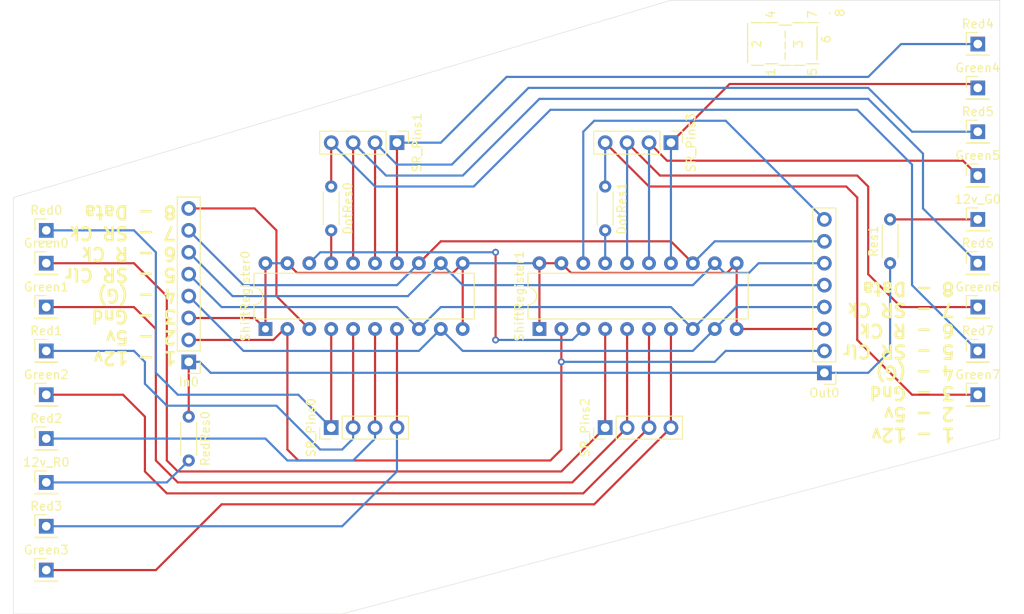
<source format=kicad_pcb>
(kicad_pcb (version 20171130) (host pcbnew "(5.1.10)-1")

  (general
    (thickness 1.6)
    (drawings 9)
    (tracks 194)
    (zones 0)
    (modules 30)
    (nets 31)
  )

  (page A4)
  (layers
    (0 F.Cu signal)
    (31 B.Cu signal)
    (32 B.Adhes user)
    (33 F.Adhes user)
    (34 B.Paste user)
    (35 F.Paste user)
    (36 B.SilkS user)
    (37 F.SilkS user)
    (38 B.Mask user)
    (39 F.Mask user)
    (40 Dwgs.User user)
    (41 Cmts.User user)
    (42 Eco1.User user)
    (43 Eco2.User user)
    (44 Edge.Cuts user)
    (45 Margin user)
    (46 B.CrtYd user)
    (47 F.CrtYd user)
    (48 B.Fab user)
    (49 F.Fab user)
  )

  (setup
    (last_trace_width 0.25)
    (trace_clearance 0.2)
    (zone_clearance 0.508)
    (zone_45_only no)
    (trace_min 0.2)
    (via_size 0.8)
    (via_drill 0.4)
    (via_min_size 0.4)
    (via_min_drill 0.3)
    (uvia_size 0.3)
    (uvia_drill 0.1)
    (uvias_allowed no)
    (uvia_min_size 0.2)
    (uvia_min_drill 0.1)
    (edge_width 0.05)
    (segment_width 0.2)
    (pcb_text_width 0.3)
    (pcb_text_size 1.5 1.5)
    (mod_edge_width 0.12)
    (mod_text_size 1 1)
    (mod_text_width 0.15)
    (pad_size 1.524 1.524)
    (pad_drill 0.762)
    (pad_to_mask_clearance 0)
    (aux_axis_origin 0 0)
    (visible_elements 7FFFFFFF)
    (pcbplotparams
      (layerselection 0x010fc_ffffffff)
      (usegerberextensions false)
      (usegerberattributes true)
      (usegerberadvancedattributes true)
      (creategerberjobfile true)
      (excludeedgelayer true)
      (linewidth 0.100000)
      (plotframeref false)
      (viasonmask false)
      (mode 1)
      (useauxorigin false)
      (hpglpennumber 1)
      (hpglpenspeed 20)
      (hpglpendiameter 15.000000)
      (psnegative false)
      (psa4output false)
      (plotreference true)
      (plotvalue true)
      (plotinvisibletext false)
      (padsonsilk false)
      (subtractmaskfromsilk false)
      (outputformat 1)
      (mirror false)
      (drillshape 0)
      (scaleselection 1)
      (outputdirectory ""))
  )

  (net 0 "")
  (net 1 "Net-(DotRes0-Pad2)")
  (net 2 "Net-(DotRes0-Pad1)")
  (net 3 "Net-(DotRes1-Pad2)")
  (net 4 "Net-(DotRes1-Pad1)")
  (net 5 "Net-(In0-Pad8)")
  (net 6 "Net-(In0-Pad7)")
  (net 7 "Net-(In0-Pad6)")
  (net 8 "Net-(In0-Pad5)")
  (net 9 "Net-(In0-Pad4)")
  (net 10 "Net-(In0-Pad3)")
  (net 11 "Net-(In0-Pad2)")
  (net 12 "Net-(In0-Pad1)")
  (net 13 "Net-(Out0-Pad8)")
  (net 14 "Net-(ShiftRegister0-Pad18)")
  (net 15 "Net-(Green0-Pad1)")
  (net 16 "Net-(Green1-Pad1)")
  (net 17 "Net-(Green2-Pad1)")
  (net 18 "Net-(Green3-Pad1)")
  (net 19 "Net-(Green4-Pad1)")
  (net 20 "Net-(Green5-Pad1)")
  (net 21 "Net-(Green6-Pad1)")
  (net 22 "Net-(Red0-Pad1)")
  (net 23 "Net-(Red1-Pad1)")
  (net 24 "Net-(Red2-Pad1)")
  (net 25 "Net-(Red3-Pad1)")
  (net 26 "Net-(Red4-Pad1)")
  (net 27 "Net-(Red5-Pad1)")
  (net 28 "Net-(Red6-Pad1)")
  (net 29 "Net-(12v_G0-Pad1)")
  (net 30 "Net-(12v_R0-Pad1)")

  (net_class Default "This is the default net class."
    (clearance 0.2)
    (trace_width 0.25)
    (via_dia 0.8)
    (via_drill 0.4)
    (uvia_dia 0.3)
    (uvia_drill 0.1)
    (add_net "Net-(12v_G0-Pad1)")
    (add_net "Net-(12v_R0-Pad1)")
    (add_net "Net-(DotRes0-Pad1)")
    (add_net "Net-(DotRes0-Pad2)")
    (add_net "Net-(DotRes1-Pad1)")
    (add_net "Net-(DotRes1-Pad2)")
    (add_net "Net-(Green0-Pad1)")
    (add_net "Net-(Green1-Pad1)")
    (add_net "Net-(Green2-Pad1)")
    (add_net "Net-(Green3-Pad1)")
    (add_net "Net-(Green4-Pad1)")
    (add_net "Net-(Green5-Pad1)")
    (add_net "Net-(Green6-Pad1)")
    (add_net "Net-(In0-Pad1)")
    (add_net "Net-(In0-Pad2)")
    (add_net "Net-(In0-Pad3)")
    (add_net "Net-(In0-Pad4)")
    (add_net "Net-(In0-Pad5)")
    (add_net "Net-(In0-Pad6)")
    (add_net "Net-(In0-Pad7)")
    (add_net "Net-(In0-Pad8)")
    (add_net "Net-(Out0-Pad8)")
    (add_net "Net-(Red0-Pad1)")
    (add_net "Net-(Red1-Pad1)")
    (add_net "Net-(Red2-Pad1)")
    (add_net "Net-(Red3-Pad1)")
    (add_net "Net-(Red4-Pad1)")
    (add_net "Net-(Red5-Pad1)")
    (add_net "Net-(Red6-Pad1)")
    (add_net "Net-(ShiftRegister0-Pad18)")
  )

  (module Connector_PinHeader_2.54mm:PinHeader_1x08_P2.54mm_Vertical (layer F.Cu) (tedit 59FED5CC) (tstamp 6140E419)
    (at 96.52 93.98 180)
    (descr "Through hole straight pin header, 1x08, 2.54mm pitch, single row")
    (tags "Through hole pin header THT 1x08 2.54mm single row")
    (path /614AA6EC)
    (fp_text reference In0 (at 0 -2.33) (layer F.SilkS)
      (effects (font (size 1 1) (thickness 0.15)))
    )
    (fp_text value Conn_01x08_Male (at 0 20.11) (layer F.Fab)
      (effects (font (size 1 1) (thickness 0.15)))
    )
    (fp_line (start -0.635 -1.27) (end 1.27 -1.27) (layer F.Fab) (width 0.1))
    (fp_line (start 1.27 -1.27) (end 1.27 19.05) (layer F.Fab) (width 0.1))
    (fp_line (start 1.27 19.05) (end -1.27 19.05) (layer F.Fab) (width 0.1))
    (fp_line (start -1.27 19.05) (end -1.27 -0.635) (layer F.Fab) (width 0.1))
    (fp_line (start -1.27 -0.635) (end -0.635 -1.27) (layer F.Fab) (width 0.1))
    (fp_line (start -1.33 19.11) (end 1.33 19.11) (layer F.SilkS) (width 0.12))
    (fp_line (start -1.33 1.27) (end -1.33 19.11) (layer F.SilkS) (width 0.12))
    (fp_line (start 1.33 1.27) (end 1.33 19.11) (layer F.SilkS) (width 0.12))
    (fp_line (start -1.33 1.27) (end 1.33 1.27) (layer F.SilkS) (width 0.12))
    (fp_line (start -1.33 0) (end -1.33 -1.33) (layer F.SilkS) (width 0.12))
    (fp_line (start -1.33 -1.33) (end 0 -1.33) (layer F.SilkS) (width 0.12))
    (fp_line (start -1.8 -1.8) (end -1.8 19.55) (layer F.CrtYd) (width 0.05))
    (fp_line (start -1.8 19.55) (end 1.8 19.55) (layer F.CrtYd) (width 0.05))
    (fp_line (start 1.8 19.55) (end 1.8 -1.8) (layer F.CrtYd) (width 0.05))
    (fp_line (start 1.8 -1.8) (end -1.8 -1.8) (layer F.CrtYd) (width 0.05))
    (fp_text user %R (at 0 8.89 90) (layer F.Fab)
      (effects (font (size 1 1) (thickness 0.15)))
    )
    (pad 8 thru_hole oval (at 0 17.78 180) (size 1.7 1.7) (drill 1) (layers *.Cu *.Mask)
      (net 5 "Net-(In0-Pad8)"))
    (pad 7 thru_hole oval (at 0 15.24 180) (size 1.7 1.7) (drill 1) (layers *.Cu *.Mask)
      (net 6 "Net-(In0-Pad7)"))
    (pad 6 thru_hole oval (at 0 12.7 180) (size 1.7 1.7) (drill 1) (layers *.Cu *.Mask)
      (net 7 "Net-(In0-Pad6)"))
    (pad 5 thru_hole oval (at 0 10.16 180) (size 1.7 1.7) (drill 1) (layers *.Cu *.Mask)
      (net 8 "Net-(In0-Pad5)"))
    (pad 4 thru_hole oval (at 0 7.62 180) (size 1.7 1.7) (drill 1) (layers *.Cu *.Mask)
      (net 9 "Net-(In0-Pad4)"))
    (pad 3 thru_hole oval (at 0 5.08 180) (size 1.7 1.7) (drill 1) (layers *.Cu *.Mask)
      (net 10 "Net-(In0-Pad3)"))
    (pad 2 thru_hole oval (at 0 2.54 180) (size 1.7 1.7) (drill 1) (layers *.Cu *.Mask)
      (net 11 "Net-(In0-Pad2)"))
    (pad 1 thru_hole rect (at 0 0 180) (size 1.7 1.7) (drill 1) (layers *.Cu *.Mask)
      (net 12 "Net-(In0-Pad1)"))
    (model ${KISYS3DMOD}/Connector_PinHeader_2.54mm.3dshapes/PinHeader_1x08_P2.54mm_Vertical.wrl
      (at (xyz 0 0 0))
      (scale (xyz 1 1 1))
      (rotate (xyz 0 0 0))
    )
  )

  (module Resistor_THT:R_Axial_DIN0204_L3.6mm_D1.6mm_P5.08mm_Horizontal (layer F.Cu) (tedit 5AE5139B) (tstamp 6140E5C2)
    (at 96.52 100.33 270)
    (descr "Resistor, Axial_DIN0204 series, Axial, Horizontal, pin pitch=5.08mm, 0.167W, length*diameter=3.6*1.6mm^2, http://cdn-reichelt.de/documents/datenblatt/B400/1_4W%23YAG.pdf")
    (tags "Resistor Axial_DIN0204 series Axial Horizontal pin pitch 5.08mm 0.167W length 3.6mm diameter 1.6mm")
    (path /614AD241)
    (fp_text reference RedRes0 (at 2.54 -1.92 90) (layer F.SilkS)
      (effects (font (size 1 1) (thickness 0.15)))
    )
    (fp_text value "470 Ohm" (at 2.54 1.92 90) (layer F.Fab)
      (effects (font (size 1 1) (thickness 0.15)))
    )
    (fp_line (start 0.74 -0.8) (end 0.74 0.8) (layer F.Fab) (width 0.1))
    (fp_line (start 0.74 0.8) (end 4.34 0.8) (layer F.Fab) (width 0.1))
    (fp_line (start 4.34 0.8) (end 4.34 -0.8) (layer F.Fab) (width 0.1))
    (fp_line (start 4.34 -0.8) (end 0.74 -0.8) (layer F.Fab) (width 0.1))
    (fp_line (start 0 0) (end 0.74 0) (layer F.Fab) (width 0.1))
    (fp_line (start 5.08 0) (end 4.34 0) (layer F.Fab) (width 0.1))
    (fp_line (start 0.62 -0.92) (end 4.46 -0.92) (layer F.SilkS) (width 0.12))
    (fp_line (start 0.62 0.92) (end 4.46 0.92) (layer F.SilkS) (width 0.12))
    (fp_line (start -0.95 -1.05) (end -0.95 1.05) (layer F.CrtYd) (width 0.05))
    (fp_line (start -0.95 1.05) (end 6.03 1.05) (layer F.CrtYd) (width 0.05))
    (fp_line (start 6.03 1.05) (end 6.03 -1.05) (layer F.CrtYd) (width 0.05))
    (fp_line (start 6.03 -1.05) (end -0.95 -1.05) (layer F.CrtYd) (width 0.05))
    (fp_text user %R (at 2.54 0 90) (layer F.Fab)
      (effects (font (size 0.72 0.72) (thickness 0.108)))
    )
    (pad 2 thru_hole oval (at 5.08 0 270) (size 1.4 1.4) (drill 0.7) (layers *.Cu *.Mask)
      (net 30 "Net-(12v_R0-Pad1)"))
    (pad 1 thru_hole circle (at 0 0 270) (size 1.4 1.4) (drill 0.7) (layers *.Cu *.Mask)
      (net 12 "Net-(In0-Pad1)"))
    (model ${KISYS3DMOD}/Resistor_THT.3dshapes/R_Axial_DIN0204_L3.6mm_D1.6mm_P5.08mm_Horizontal.wrl
      (at (xyz 0 0 0))
      (scale (xyz 1 1 1))
      (rotate (xyz 0 0 0))
    )
  )

  (module Connector_PinHeader_2.54mm:PinHeader_1x01_P2.54mm_Vertical (layer F.Cu) (tedit 59FED5CC) (tstamp 6140E500)
    (at 80.01 78.74)
    (descr "Through hole straight pin header, 1x01, 2.54mm pitch, single row")
    (tags "Through hole pin header THT 1x01 2.54mm single row")
    (path /61553F42)
    (fp_text reference Red0 (at 0 -2.33) (layer F.SilkS)
      (effects (font (size 1 1) (thickness 0.15)))
    )
    (fp_text value Led_12v_Red0 (at 0 2.33) (layer F.Fab)
      (effects (font (size 1 1) (thickness 0.15)))
    )
    (fp_line (start -0.635 -1.27) (end 1.27 -1.27) (layer F.Fab) (width 0.1))
    (fp_line (start 1.27 -1.27) (end 1.27 1.27) (layer F.Fab) (width 0.1))
    (fp_line (start 1.27 1.27) (end -1.27 1.27) (layer F.Fab) (width 0.1))
    (fp_line (start -1.27 1.27) (end -1.27 -0.635) (layer F.Fab) (width 0.1))
    (fp_line (start -1.27 -0.635) (end -0.635 -1.27) (layer F.Fab) (width 0.1))
    (fp_line (start -1.33 1.33) (end 1.33 1.33) (layer F.SilkS) (width 0.12))
    (fp_line (start -1.33 1.27) (end -1.33 1.33) (layer F.SilkS) (width 0.12))
    (fp_line (start 1.33 1.27) (end 1.33 1.33) (layer F.SilkS) (width 0.12))
    (fp_line (start -1.33 1.27) (end 1.33 1.27) (layer F.SilkS) (width 0.12))
    (fp_line (start -1.33 0) (end -1.33 -1.33) (layer F.SilkS) (width 0.12))
    (fp_line (start -1.33 -1.33) (end 0 -1.33) (layer F.SilkS) (width 0.12))
    (fp_line (start -1.8 -1.8) (end -1.8 1.8) (layer F.CrtYd) (width 0.05))
    (fp_line (start -1.8 1.8) (end 1.8 1.8) (layer F.CrtYd) (width 0.05))
    (fp_line (start 1.8 1.8) (end 1.8 -1.8) (layer F.CrtYd) (width 0.05))
    (fp_line (start 1.8 -1.8) (end -1.8 -1.8) (layer F.CrtYd) (width 0.05))
    (fp_text user %R (at 0 0 90) (layer F.Fab)
      (effects (font (size 1 1) (thickness 0.15)))
    )
    (pad 1 thru_hole rect (at 0 0) (size 1.7 1.7) (drill 1) (layers *.Cu *.Mask)
      (net 22 "Net-(Red0-Pad1)"))
    (model ${KISYS3DMOD}/Connector_PinHeader_2.54mm.3dshapes/PinHeader_1x01_P2.54mm_Vertical.wrl
      (at (xyz 0 0 0))
      (scale (xyz 1 1 1))
      (rotate (xyz 0 0 0))
    )
  )

  (module Resistor_THT:R_Axial_DIN0204_L3.6mm_D1.6mm_P5.08mm_Horizontal (layer F.Cu) (tedit 5AE5139B) (tstamp 614119DF)
    (at 177.8 82.55 90)
    (descr "Resistor, Axial_DIN0204 series, Axial, Horizontal, pin pitch=5.08mm, 0.167W, length*diameter=3.6*1.6mm^2, http://cdn-reichelt.de/documents/datenblatt/B400/1_4W%23YAG.pdf")
    (tags "Resistor Axial_DIN0204 series Axial Horizontal pin pitch 5.08mm 0.167W length 3.6mm diameter 1.6mm")
    (path /61623884)
    (fp_text reference Res1 (at 2.54 -1.92 90) (layer F.SilkS)
      (effects (font (size 1 1) (thickness 0.15)))
    )
    (fp_text value "100 Ohm" (at 2.54 1.92 90) (layer F.Fab)
      (effects (font (size 1 1) (thickness 0.15)))
    )
    (fp_line (start 0.74 -0.8) (end 0.74 0.8) (layer F.Fab) (width 0.1))
    (fp_line (start 0.74 0.8) (end 4.34 0.8) (layer F.Fab) (width 0.1))
    (fp_line (start 4.34 0.8) (end 4.34 -0.8) (layer F.Fab) (width 0.1))
    (fp_line (start 4.34 -0.8) (end 0.74 -0.8) (layer F.Fab) (width 0.1))
    (fp_line (start 0 0) (end 0.74 0) (layer F.Fab) (width 0.1))
    (fp_line (start 5.08 0) (end 4.34 0) (layer F.Fab) (width 0.1))
    (fp_line (start 0.62 -0.92) (end 4.46 -0.92) (layer F.SilkS) (width 0.12))
    (fp_line (start 0.62 0.92) (end 4.46 0.92) (layer F.SilkS) (width 0.12))
    (fp_line (start -0.95 -1.05) (end -0.95 1.05) (layer F.CrtYd) (width 0.05))
    (fp_line (start -0.95 1.05) (end 6.03 1.05) (layer F.CrtYd) (width 0.05))
    (fp_line (start 6.03 1.05) (end 6.03 -1.05) (layer F.CrtYd) (width 0.05))
    (fp_line (start 6.03 -1.05) (end -0.95 -1.05) (layer F.CrtYd) (width 0.05))
    (fp_text user %R (at 2.54 0 90) (layer F.Fab)
      (effects (font (size 0.72 0.72) (thickness 0.108)))
    )
    (pad 2 thru_hole oval (at 5.08 0 90) (size 1.4 1.4) (drill 0.7) (layers *.Cu *.Mask)
      (net 29 "Net-(12v_G0-Pad1)"))
    (pad 1 thru_hole circle (at 0 0 90) (size 1.4 1.4) (drill 0.7) (layers *.Cu *.Mask)
      (net 12 "Net-(In0-Pad1)"))
    (model ${KISYS3DMOD}/Resistor_THT.3dshapes/R_Axial_DIN0204_L3.6mm_D1.6mm_P5.08mm_Horizontal.wrl
      (at (xyz 0 0 0))
      (scale (xyz 1 1 1))
      (rotate (xyz 0 0 0))
    )
  )

  (module Package_DIP:DIP-20_W7.62mm (layer F.Cu) (tedit 5A02E8C5) (tstamp 6140E5FD)
    (at 105.41 90.17 90)
    (descr "20-lead though-hole mounted DIP package, row spacing 7.62 mm (300 mils)")
    (tags "THT DIP DIL PDIP 2.54mm 7.62mm 300mil")
    (path /614A81DE)
    (fp_text reference ShiftRegister0 (at 3.81 -2.33 90) (layer F.SilkS)
      (effects (font (size 1 1) (thickness 0.15)))
    )
    (fp_text value TPIC6595 (at 3.81 25.19 90) (layer F.Fab)
      (effects (font (size 1 1) (thickness 0.15)))
    )
    (fp_line (start 1.635 -1.27) (end 6.985 -1.27) (layer F.Fab) (width 0.1))
    (fp_line (start 6.985 -1.27) (end 6.985 24.13) (layer F.Fab) (width 0.1))
    (fp_line (start 6.985 24.13) (end 0.635 24.13) (layer F.Fab) (width 0.1))
    (fp_line (start 0.635 24.13) (end 0.635 -0.27) (layer F.Fab) (width 0.1))
    (fp_line (start 0.635 -0.27) (end 1.635 -1.27) (layer F.Fab) (width 0.1))
    (fp_line (start 2.81 -1.33) (end 1.16 -1.33) (layer F.SilkS) (width 0.12))
    (fp_line (start 1.16 -1.33) (end 1.16 24.19) (layer F.SilkS) (width 0.12))
    (fp_line (start 1.16 24.19) (end 6.46 24.19) (layer F.SilkS) (width 0.12))
    (fp_line (start 6.46 24.19) (end 6.46 -1.33) (layer F.SilkS) (width 0.12))
    (fp_line (start 6.46 -1.33) (end 4.81 -1.33) (layer F.SilkS) (width 0.12))
    (fp_line (start -1.1 -1.55) (end -1.1 24.4) (layer F.CrtYd) (width 0.05))
    (fp_line (start -1.1 24.4) (end 8.7 24.4) (layer F.CrtYd) (width 0.05))
    (fp_line (start 8.7 24.4) (end 8.7 -1.55) (layer F.CrtYd) (width 0.05))
    (fp_line (start 8.7 -1.55) (end -1.1 -1.55) (layer F.CrtYd) (width 0.05))
    (fp_text user %R (at 3.81 11.43 90) (layer F.Fab)
      (effects (font (size 1 1) (thickness 0.15)))
    )
    (fp_arc (start 3.81 -1.33) (end 2.81 -1.33) (angle -180) (layer F.SilkS) (width 0.12))
    (pad 20 thru_hole oval (at 7.62 0 90) (size 1.6 1.6) (drill 0.8) (layers *.Cu *.Mask)
      (net 10 "Net-(In0-Pad3)"))
    (pad 10 thru_hole oval (at 0 22.86 90) (size 1.6 1.6) (drill 0.8) (layers *.Cu *.Mask)
      (net 10 "Net-(In0-Pad3)"))
    (pad 19 thru_hole oval (at 7.62 2.54 90) (size 1.6 1.6) (drill 0.8) (layers *.Cu *.Mask)
      (net 10 "Net-(In0-Pad3)"))
    (pad 9 thru_hole oval (at 0 20.32 90) (size 1.6 1.6) (drill 0.8) (layers *.Cu *.Mask)
      (net 9 "Net-(In0-Pad4)"))
    (pad 18 thru_hole oval (at 7.62 5.08 90) (size 1.6 1.6) (drill 0.8) (layers *.Cu *.Mask)
      (net 14 "Net-(ShiftRegister0-Pad18)"))
    (pad 8 thru_hole oval (at 0 17.78 90) (size 1.6 1.6) (drill 0.8) (layers *.Cu *.Mask)
      (net 8 "Net-(In0-Pad5)"))
    (pad 17 thru_hole oval (at 7.62 7.62 90) (size 1.6 1.6) (drill 0.8) (layers *.Cu *.Mask)
      (net 1 "Net-(DotRes0-Pad2)"))
    (pad 7 thru_hole oval (at 0 15.24 90) (size 1.6 1.6) (drill 0.8) (layers *.Cu *.Mask)
      (net 25 "Net-(Red3-Pad1)"))
    (pad 16 thru_hole oval (at 7.62 10.16 90) (size 1.6 1.6) (drill 0.8) (layers *.Cu *.Mask)
      (net 28 "Net-(Red6-Pad1)"))
    (pad 6 thru_hole oval (at 0 12.7 90) (size 1.6 1.6) (drill 0.8) (layers *.Cu *.Mask)
      (net 24 "Net-(Red2-Pad1)"))
    (pad 15 thru_hole oval (at 7.62 12.7 90) (size 1.6 1.6) (drill 0.8) (layers *.Cu *.Mask)
      (net 27 "Net-(Red5-Pad1)"))
    (pad 5 thru_hole oval (at 0 10.16 90) (size 1.6 1.6) (drill 0.8) (layers *.Cu *.Mask)
      (net 23 "Net-(Red1-Pad1)"))
    (pad 14 thru_hole oval (at 7.62 15.24 90) (size 1.6 1.6) (drill 0.8) (layers *.Cu *.Mask)
      (net 26 "Net-(Red4-Pad1)"))
    (pad 4 thru_hole oval (at 0 7.62 90) (size 1.6 1.6) (drill 0.8) (layers *.Cu *.Mask)
      (net 22 "Net-(Red0-Pad1)"))
    (pad 13 thru_hole oval (at 7.62 17.78 90) (size 1.6 1.6) (drill 0.8) (layers *.Cu *.Mask)
      (net 6 "Net-(In0-Pad7)"))
    (pad 3 thru_hole oval (at 0 5.08 90) (size 1.6 1.6) (drill 0.8) (layers *.Cu *.Mask)
      (net 5 "Net-(In0-Pad8)"))
    (pad 12 thru_hole oval (at 7.62 20.32 90) (size 1.6 1.6) (drill 0.8) (layers *.Cu *.Mask)
      (net 7 "Net-(In0-Pad6)"))
    (pad 2 thru_hole oval (at 0 2.54 90) (size 1.6 1.6) (drill 0.8) (layers *.Cu *.Mask)
      (net 11 "Net-(In0-Pad2)"))
    (pad 11 thru_hole oval (at 7.62 22.86 90) (size 1.6 1.6) (drill 0.8) (layers *.Cu *.Mask)
      (net 10 "Net-(In0-Pad3)"))
    (pad 1 thru_hole rect (at 0 0 90) (size 1.6 1.6) (drill 0.8) (layers *.Cu *.Mask)
      (net 10 "Net-(In0-Pad3)"))
    (model ${KISYS3DMOD}/Package_DIP.3dshapes/DIP-20_W7.62mm.wrl
      (at (xyz 0 0 0))
      (scale (xyz 1 1 1))
      (rotate (xyz 0 0 0))
    )
  )

  (module Connector_PinHeader_2.54mm:PinHeader_1x04_P2.54mm_Vertical (layer F.Cu) (tedit 59FED5CC) (tstamp 6140E685)
    (at 152.4 68.58 270)
    (descr "Through hole straight pin header, 1x04, 2.54mm pitch, single row")
    (tags "Through hole pin header THT 1x04 2.54mm single row")
    (path /6150A788)
    (fp_text reference SR_Pins3 (at 0 -2.33 90) (layer F.SilkS)
      (effects (font (size 1 1) (thickness 0.15)))
    )
    (fp_text value Conn_01x04_Male (at 0 9.95 90) (layer F.Fab)
      (effects (font (size 1 1) (thickness 0.15)))
    )
    (fp_line (start -0.635 -1.27) (end 1.27 -1.27) (layer F.Fab) (width 0.1))
    (fp_line (start 1.27 -1.27) (end 1.27 8.89) (layer F.Fab) (width 0.1))
    (fp_line (start 1.27 8.89) (end -1.27 8.89) (layer F.Fab) (width 0.1))
    (fp_line (start -1.27 8.89) (end -1.27 -0.635) (layer F.Fab) (width 0.1))
    (fp_line (start -1.27 -0.635) (end -0.635 -1.27) (layer F.Fab) (width 0.1))
    (fp_line (start -1.33 8.95) (end 1.33 8.95) (layer F.SilkS) (width 0.12))
    (fp_line (start -1.33 1.27) (end -1.33 8.95) (layer F.SilkS) (width 0.12))
    (fp_line (start 1.33 1.27) (end 1.33 8.95) (layer F.SilkS) (width 0.12))
    (fp_line (start -1.33 1.27) (end 1.33 1.27) (layer F.SilkS) (width 0.12))
    (fp_line (start -1.33 0) (end -1.33 -1.33) (layer F.SilkS) (width 0.12))
    (fp_line (start -1.33 -1.33) (end 0 -1.33) (layer F.SilkS) (width 0.12))
    (fp_line (start -1.8 -1.8) (end -1.8 9.4) (layer F.CrtYd) (width 0.05))
    (fp_line (start -1.8 9.4) (end 1.8 9.4) (layer F.CrtYd) (width 0.05))
    (fp_line (start 1.8 9.4) (end 1.8 -1.8) (layer F.CrtYd) (width 0.05))
    (fp_line (start 1.8 -1.8) (end -1.8 -1.8) (layer F.CrtYd) (width 0.05))
    (fp_text user %R (at 0 3.81) (layer F.Fab)
      (effects (font (size 1 1) (thickness 0.15)))
    )
    (pad 4 thru_hole oval (at 0 7.62 270) (size 1.7 1.7) (drill 1) (layers *.Cu *.Mask)
      (net 4 "Net-(DotRes1-Pad1)"))
    (pad 3 thru_hole oval (at 0 5.08 270) (size 1.7 1.7) (drill 1) (layers *.Cu *.Mask)
      (net 21 "Net-(Green6-Pad1)"))
    (pad 2 thru_hole oval (at 0 2.54 270) (size 1.7 1.7) (drill 1) (layers *.Cu *.Mask)
      (net 20 "Net-(Green5-Pad1)"))
    (pad 1 thru_hole rect (at 0 0 270) (size 1.7 1.7) (drill 1) (layers *.Cu *.Mask)
      (net 19 "Net-(Green4-Pad1)"))
    (model ${KISYS3DMOD}/Connector_PinHeader_2.54mm.3dshapes/PinHeader_1x04_P2.54mm_Vertical.wrl
      (at (xyz 0 0 0))
      (scale (xyz 1 1 1))
      (rotate (xyz 0 0 0))
    )
  )

  (module Connector_PinHeader_2.54mm:PinHeader_1x04_P2.54mm_Vertical (layer F.Cu) (tedit 59FED5CC) (tstamp 6140E66D)
    (at 144.78 101.6 90)
    (descr "Through hole straight pin header, 1x04, 2.54mm pitch, single row")
    (tags "Through hole pin header THT 1x04 2.54mm single row")
    (path /61509B44)
    (fp_text reference SR_Pins2 (at 0 -2.33 90) (layer F.SilkS)
      (effects (font (size 1 1) (thickness 0.15)))
    )
    (fp_text value Conn_01x04_Male (at 0 9.95 90) (layer F.Fab)
      (effects (font (size 1 1) (thickness 0.15)))
    )
    (fp_line (start -0.635 -1.27) (end 1.27 -1.27) (layer F.Fab) (width 0.1))
    (fp_line (start 1.27 -1.27) (end 1.27 8.89) (layer F.Fab) (width 0.1))
    (fp_line (start 1.27 8.89) (end -1.27 8.89) (layer F.Fab) (width 0.1))
    (fp_line (start -1.27 8.89) (end -1.27 -0.635) (layer F.Fab) (width 0.1))
    (fp_line (start -1.27 -0.635) (end -0.635 -1.27) (layer F.Fab) (width 0.1))
    (fp_line (start -1.33 8.95) (end 1.33 8.95) (layer F.SilkS) (width 0.12))
    (fp_line (start -1.33 1.27) (end -1.33 8.95) (layer F.SilkS) (width 0.12))
    (fp_line (start 1.33 1.27) (end 1.33 8.95) (layer F.SilkS) (width 0.12))
    (fp_line (start -1.33 1.27) (end 1.33 1.27) (layer F.SilkS) (width 0.12))
    (fp_line (start -1.33 0) (end -1.33 -1.33) (layer F.SilkS) (width 0.12))
    (fp_line (start -1.33 -1.33) (end 0 -1.33) (layer F.SilkS) (width 0.12))
    (fp_line (start -1.8 -1.8) (end -1.8 9.4) (layer F.CrtYd) (width 0.05))
    (fp_line (start -1.8 9.4) (end 1.8 9.4) (layer F.CrtYd) (width 0.05))
    (fp_line (start 1.8 9.4) (end 1.8 -1.8) (layer F.CrtYd) (width 0.05))
    (fp_line (start 1.8 -1.8) (end -1.8 -1.8) (layer F.CrtYd) (width 0.05))
    (fp_text user %R (at 0 3.81) (layer F.Fab)
      (effects (font (size 1 1) (thickness 0.15)))
    )
    (pad 4 thru_hole oval (at 0 7.62 90) (size 1.7 1.7) (drill 1) (layers *.Cu *.Mask)
      (net 18 "Net-(Green3-Pad1)"))
    (pad 3 thru_hole oval (at 0 5.08 90) (size 1.7 1.7) (drill 1) (layers *.Cu *.Mask)
      (net 17 "Net-(Green2-Pad1)"))
    (pad 2 thru_hole oval (at 0 2.54 90) (size 1.7 1.7) (drill 1) (layers *.Cu *.Mask)
      (net 16 "Net-(Green1-Pad1)"))
    (pad 1 thru_hole rect (at 0 0 90) (size 1.7 1.7) (drill 1) (layers *.Cu *.Mask)
      (net 15 "Net-(Green0-Pad1)"))
    (model ${KISYS3DMOD}/Connector_PinHeader_2.54mm.3dshapes/PinHeader_1x04_P2.54mm_Vertical.wrl
      (at (xyz 0 0 0))
      (scale (xyz 1 1 1))
      (rotate (xyz 0 0 0))
    )
  )

  (module Connector_PinHeader_2.54mm:PinHeader_1x04_P2.54mm_Vertical (layer F.Cu) (tedit 59FED5CC) (tstamp 6140E655)
    (at 120.65 68.58 270)
    (descr "Through hole straight pin header, 1x04, 2.54mm pitch, single row")
    (tags "Through hole pin header THT 1x04 2.54mm single row")
    (path /61509260)
    (fp_text reference SR_Pins1 (at 0 -2.33 90) (layer F.SilkS)
      (effects (font (size 1 1) (thickness 0.15)))
    )
    (fp_text value Conn_01x04_Male (at 0 9.95 90) (layer F.Fab)
      (effects (font (size 1 1) (thickness 0.15)))
    )
    (fp_line (start -0.635 -1.27) (end 1.27 -1.27) (layer F.Fab) (width 0.1))
    (fp_line (start 1.27 -1.27) (end 1.27 8.89) (layer F.Fab) (width 0.1))
    (fp_line (start 1.27 8.89) (end -1.27 8.89) (layer F.Fab) (width 0.1))
    (fp_line (start -1.27 8.89) (end -1.27 -0.635) (layer F.Fab) (width 0.1))
    (fp_line (start -1.27 -0.635) (end -0.635 -1.27) (layer F.Fab) (width 0.1))
    (fp_line (start -1.33 8.95) (end 1.33 8.95) (layer F.SilkS) (width 0.12))
    (fp_line (start -1.33 1.27) (end -1.33 8.95) (layer F.SilkS) (width 0.12))
    (fp_line (start 1.33 1.27) (end 1.33 8.95) (layer F.SilkS) (width 0.12))
    (fp_line (start -1.33 1.27) (end 1.33 1.27) (layer F.SilkS) (width 0.12))
    (fp_line (start -1.33 0) (end -1.33 -1.33) (layer F.SilkS) (width 0.12))
    (fp_line (start -1.33 -1.33) (end 0 -1.33) (layer F.SilkS) (width 0.12))
    (fp_line (start -1.8 -1.8) (end -1.8 9.4) (layer F.CrtYd) (width 0.05))
    (fp_line (start -1.8 9.4) (end 1.8 9.4) (layer F.CrtYd) (width 0.05))
    (fp_line (start 1.8 9.4) (end 1.8 -1.8) (layer F.CrtYd) (width 0.05))
    (fp_line (start 1.8 -1.8) (end -1.8 -1.8) (layer F.CrtYd) (width 0.05))
    (fp_text user %R (at 0 3.81) (layer F.Fab)
      (effects (font (size 1 1) (thickness 0.15)))
    )
    (pad 4 thru_hole oval (at 0 7.62 270) (size 1.7 1.7) (drill 1) (layers *.Cu *.Mask)
      (net 2 "Net-(DotRes0-Pad1)"))
    (pad 3 thru_hole oval (at 0 5.08 270) (size 1.7 1.7) (drill 1) (layers *.Cu *.Mask)
      (net 28 "Net-(Red6-Pad1)"))
    (pad 2 thru_hole oval (at 0 2.54 270) (size 1.7 1.7) (drill 1) (layers *.Cu *.Mask)
      (net 27 "Net-(Red5-Pad1)"))
    (pad 1 thru_hole rect (at 0 0 270) (size 1.7 1.7) (drill 1) (layers *.Cu *.Mask)
      (net 26 "Net-(Red4-Pad1)"))
    (model ${KISYS3DMOD}/Connector_PinHeader_2.54mm.3dshapes/PinHeader_1x04_P2.54mm_Vertical.wrl
      (at (xyz 0 0 0))
      (scale (xyz 1 1 1))
      (rotate (xyz 0 0 0))
    )
  )

  (module Connector_PinHeader_2.54mm:PinHeader_1x04_P2.54mm_Vertical (layer F.Cu) (tedit 59FED5CC) (tstamp 6140E63D)
    (at 113.03 101.6 90)
    (descr "Through hole straight pin header, 1x04, 2.54mm pitch, single row")
    (tags "Through hole pin header THT 1x04 2.54mm single row")
    (path /61508C1F)
    (fp_text reference SR_Pins0 (at 0 -2.33 90) (layer F.SilkS)
      (effects (font (size 1 1) (thickness 0.15)))
    )
    (fp_text value Conn_01x04_Male (at 0 9.95 90) (layer F.Fab)
      (effects (font (size 1 1) (thickness 0.15)))
    )
    (fp_line (start -0.635 -1.27) (end 1.27 -1.27) (layer F.Fab) (width 0.1))
    (fp_line (start 1.27 -1.27) (end 1.27 8.89) (layer F.Fab) (width 0.1))
    (fp_line (start 1.27 8.89) (end -1.27 8.89) (layer F.Fab) (width 0.1))
    (fp_line (start -1.27 8.89) (end -1.27 -0.635) (layer F.Fab) (width 0.1))
    (fp_line (start -1.27 -0.635) (end -0.635 -1.27) (layer F.Fab) (width 0.1))
    (fp_line (start -1.33 8.95) (end 1.33 8.95) (layer F.SilkS) (width 0.12))
    (fp_line (start -1.33 1.27) (end -1.33 8.95) (layer F.SilkS) (width 0.12))
    (fp_line (start 1.33 1.27) (end 1.33 8.95) (layer F.SilkS) (width 0.12))
    (fp_line (start -1.33 1.27) (end 1.33 1.27) (layer F.SilkS) (width 0.12))
    (fp_line (start -1.33 0) (end -1.33 -1.33) (layer F.SilkS) (width 0.12))
    (fp_line (start -1.33 -1.33) (end 0 -1.33) (layer F.SilkS) (width 0.12))
    (fp_line (start -1.8 -1.8) (end -1.8 9.4) (layer F.CrtYd) (width 0.05))
    (fp_line (start -1.8 9.4) (end 1.8 9.4) (layer F.CrtYd) (width 0.05))
    (fp_line (start 1.8 9.4) (end 1.8 -1.8) (layer F.CrtYd) (width 0.05))
    (fp_line (start 1.8 -1.8) (end -1.8 -1.8) (layer F.CrtYd) (width 0.05))
    (fp_text user %R (at 0 3.81) (layer F.Fab)
      (effects (font (size 1 1) (thickness 0.15)))
    )
    (pad 4 thru_hole oval (at 0 7.62 90) (size 1.7 1.7) (drill 1) (layers *.Cu *.Mask)
      (net 25 "Net-(Red3-Pad1)"))
    (pad 3 thru_hole oval (at 0 5.08 90) (size 1.7 1.7) (drill 1) (layers *.Cu *.Mask)
      (net 24 "Net-(Red2-Pad1)"))
    (pad 2 thru_hole oval (at 0 2.54 90) (size 1.7 1.7) (drill 1) (layers *.Cu *.Mask)
      (net 23 "Net-(Red1-Pad1)"))
    (pad 1 thru_hole rect (at 0 0 90) (size 1.7 1.7) (drill 1) (layers *.Cu *.Mask)
      (net 22 "Net-(Red0-Pad1)"))
    (model ${KISYS3DMOD}/Connector_PinHeader_2.54mm.3dshapes/PinHeader_1x04_P2.54mm_Vertical.wrl
      (at (xyz 0 0 0))
      (scale (xyz 1 1 1))
      (rotate (xyz 0 0 0))
    )
  )

  (module Package_DIP:DIP-20_W7.62mm (layer F.Cu) (tedit 5A02E8C5) (tstamp 6140E625)
    (at 137.16 90.17 90)
    (descr "20-lead though-hole mounted DIP package, row spacing 7.62 mm (300 mils)")
    (tags "THT DIP DIL PDIP 2.54mm 7.62mm 300mil")
    (path /614A97BC)
    (fp_text reference ShiftRegister1 (at 3.81 -2.33 90) (layer F.SilkS)
      (effects (font (size 1 1) (thickness 0.15)))
    )
    (fp_text value TPIC6595 (at 3.81 25.19 90) (layer F.Fab)
      (effects (font (size 1 1) (thickness 0.15)))
    )
    (fp_line (start 1.635 -1.27) (end 6.985 -1.27) (layer F.Fab) (width 0.1))
    (fp_line (start 6.985 -1.27) (end 6.985 24.13) (layer F.Fab) (width 0.1))
    (fp_line (start 6.985 24.13) (end 0.635 24.13) (layer F.Fab) (width 0.1))
    (fp_line (start 0.635 24.13) (end 0.635 -0.27) (layer F.Fab) (width 0.1))
    (fp_line (start 0.635 -0.27) (end 1.635 -1.27) (layer F.Fab) (width 0.1))
    (fp_line (start 2.81 -1.33) (end 1.16 -1.33) (layer F.SilkS) (width 0.12))
    (fp_line (start 1.16 -1.33) (end 1.16 24.19) (layer F.SilkS) (width 0.12))
    (fp_line (start 1.16 24.19) (end 6.46 24.19) (layer F.SilkS) (width 0.12))
    (fp_line (start 6.46 24.19) (end 6.46 -1.33) (layer F.SilkS) (width 0.12))
    (fp_line (start 6.46 -1.33) (end 4.81 -1.33) (layer F.SilkS) (width 0.12))
    (fp_line (start -1.1 -1.55) (end -1.1 24.4) (layer F.CrtYd) (width 0.05))
    (fp_line (start -1.1 24.4) (end 8.7 24.4) (layer F.CrtYd) (width 0.05))
    (fp_line (start 8.7 24.4) (end 8.7 -1.55) (layer F.CrtYd) (width 0.05))
    (fp_line (start 8.7 -1.55) (end -1.1 -1.55) (layer F.CrtYd) (width 0.05))
    (fp_text user %R (at 3.81 11.43 90) (layer F.Fab)
      (effects (font (size 1 1) (thickness 0.15)))
    )
    (fp_arc (start 3.81 -1.33) (end 2.81 -1.33) (angle -180) (layer F.SilkS) (width 0.12))
    (pad 20 thru_hole oval (at 7.62 0 90) (size 1.6 1.6) (drill 0.8) (layers *.Cu *.Mask)
      (net 10 "Net-(In0-Pad3)"))
    (pad 10 thru_hole oval (at 0 22.86 90) (size 1.6 1.6) (drill 0.8) (layers *.Cu *.Mask)
      (net 10 "Net-(In0-Pad3)"))
    (pad 19 thru_hole oval (at 7.62 2.54 90) (size 1.6 1.6) (drill 0.8) (layers *.Cu *.Mask)
      (net 10 "Net-(In0-Pad3)"))
    (pad 9 thru_hole oval (at 0 20.32 90) (size 1.6 1.6) (drill 0.8) (layers *.Cu *.Mask)
      (net 9 "Net-(In0-Pad4)"))
    (pad 18 thru_hole oval (at 7.62 5.08 90) (size 1.6 1.6) (drill 0.8) (layers *.Cu *.Mask)
      (net 13 "Net-(Out0-Pad8)"))
    (pad 8 thru_hole oval (at 0 17.78 90) (size 1.6 1.6) (drill 0.8) (layers *.Cu *.Mask)
      (net 8 "Net-(In0-Pad5)"))
    (pad 17 thru_hole oval (at 7.62 7.62 90) (size 1.6 1.6) (drill 0.8) (layers *.Cu *.Mask)
      (net 3 "Net-(DotRes1-Pad2)"))
    (pad 7 thru_hole oval (at 0 15.24 90) (size 1.6 1.6) (drill 0.8) (layers *.Cu *.Mask)
      (net 18 "Net-(Green3-Pad1)"))
    (pad 16 thru_hole oval (at 7.62 10.16 90) (size 1.6 1.6) (drill 0.8) (layers *.Cu *.Mask)
      (net 21 "Net-(Green6-Pad1)"))
    (pad 6 thru_hole oval (at 0 12.7 90) (size 1.6 1.6) (drill 0.8) (layers *.Cu *.Mask)
      (net 17 "Net-(Green2-Pad1)"))
    (pad 15 thru_hole oval (at 7.62 12.7 90) (size 1.6 1.6) (drill 0.8) (layers *.Cu *.Mask)
      (net 20 "Net-(Green5-Pad1)"))
    (pad 5 thru_hole oval (at 0 10.16 90) (size 1.6 1.6) (drill 0.8) (layers *.Cu *.Mask)
      (net 16 "Net-(Green1-Pad1)"))
    (pad 14 thru_hole oval (at 7.62 15.24 90) (size 1.6 1.6) (drill 0.8) (layers *.Cu *.Mask)
      (net 19 "Net-(Green4-Pad1)"))
    (pad 4 thru_hole oval (at 0 7.62 90) (size 1.6 1.6) (drill 0.8) (layers *.Cu *.Mask)
      (net 15 "Net-(Green0-Pad1)"))
    (pad 13 thru_hole oval (at 7.62 17.78 90) (size 1.6 1.6) (drill 0.8) (layers *.Cu *.Mask)
      (net 6 "Net-(In0-Pad7)"))
    (pad 3 thru_hole oval (at 0 5.08 90) (size 1.6 1.6) (drill 0.8) (layers *.Cu *.Mask)
      (net 14 "Net-(ShiftRegister0-Pad18)"))
    (pad 12 thru_hole oval (at 7.62 20.32 90) (size 1.6 1.6) (drill 0.8) (layers *.Cu *.Mask)
      (net 7 "Net-(In0-Pad6)"))
    (pad 2 thru_hole oval (at 0 2.54 90) (size 1.6 1.6) (drill 0.8) (layers *.Cu *.Mask)
      (net 11 "Net-(In0-Pad2)"))
    (pad 11 thru_hole oval (at 7.62 22.86 90) (size 1.6 1.6) (drill 0.8) (layers *.Cu *.Mask)
      (net 10 "Net-(In0-Pad3)"))
    (pad 1 thru_hole rect (at 0 0 90) (size 1.6 1.6) (drill 0.8) (layers *.Cu *.Mask)
      (net 10 "Net-(In0-Pad3)"))
    (model ${KISYS3DMOD}/Package_DIP.3dshapes/DIP-20_W7.62mm.wrl
      (at (xyz 0 0 0))
      (scale (xyz 1 1 1))
      (rotate (xyz 0 0 0))
    )
  )

  (module Connector_PinHeader_2.54mm:PinHeader_1x08_P2.54mm_Vertical (layer F.Cu) (tedit 59FED5CC) (tstamp 6140E5AF)
    (at 170.18 95.25 180)
    (descr "Through hole straight pin header, 1x08, 2.54mm pitch, single row")
    (tags "Through hole pin header THT 1x08 2.54mm single row")
    (path /614AB756)
    (fp_text reference Out0 (at 0 -2.33) (layer F.SilkS)
      (effects (font (size 1 1) (thickness 0.15)))
    )
    (fp_text value Conn_01x08_Male (at 0 20.11) (layer F.Fab)
      (effects (font (size 1 1) (thickness 0.15)))
    )
    (fp_line (start -0.635 -1.27) (end 1.27 -1.27) (layer F.Fab) (width 0.1))
    (fp_line (start 1.27 -1.27) (end 1.27 19.05) (layer F.Fab) (width 0.1))
    (fp_line (start 1.27 19.05) (end -1.27 19.05) (layer F.Fab) (width 0.1))
    (fp_line (start -1.27 19.05) (end -1.27 -0.635) (layer F.Fab) (width 0.1))
    (fp_line (start -1.27 -0.635) (end -0.635 -1.27) (layer F.Fab) (width 0.1))
    (fp_line (start -1.33 19.11) (end 1.33 19.11) (layer F.SilkS) (width 0.12))
    (fp_line (start -1.33 1.27) (end -1.33 19.11) (layer F.SilkS) (width 0.12))
    (fp_line (start 1.33 1.27) (end 1.33 19.11) (layer F.SilkS) (width 0.12))
    (fp_line (start -1.33 1.27) (end 1.33 1.27) (layer F.SilkS) (width 0.12))
    (fp_line (start -1.33 0) (end -1.33 -1.33) (layer F.SilkS) (width 0.12))
    (fp_line (start -1.33 -1.33) (end 0 -1.33) (layer F.SilkS) (width 0.12))
    (fp_line (start -1.8 -1.8) (end -1.8 19.55) (layer F.CrtYd) (width 0.05))
    (fp_line (start -1.8 19.55) (end 1.8 19.55) (layer F.CrtYd) (width 0.05))
    (fp_line (start 1.8 19.55) (end 1.8 -1.8) (layer F.CrtYd) (width 0.05))
    (fp_line (start 1.8 -1.8) (end -1.8 -1.8) (layer F.CrtYd) (width 0.05))
    (fp_text user %R (at 0 8.89 90) (layer F.Fab)
      (effects (font (size 1 1) (thickness 0.15)))
    )
    (pad 8 thru_hole oval (at 0 17.78 180) (size 1.7 1.7) (drill 1) (layers *.Cu *.Mask)
      (net 13 "Net-(Out0-Pad8)"))
    (pad 7 thru_hole oval (at 0 15.24 180) (size 1.7 1.7) (drill 1) (layers *.Cu *.Mask)
      (net 6 "Net-(In0-Pad7)"))
    (pad 6 thru_hole oval (at 0 12.7 180) (size 1.7 1.7) (drill 1) (layers *.Cu *.Mask)
      (net 7 "Net-(In0-Pad6)"))
    (pad 5 thru_hole oval (at 0 10.16 180) (size 1.7 1.7) (drill 1) (layers *.Cu *.Mask)
      (net 8 "Net-(In0-Pad5)"))
    (pad 4 thru_hole oval (at 0 7.62 180) (size 1.7 1.7) (drill 1) (layers *.Cu *.Mask)
      (net 9 "Net-(In0-Pad4)"))
    (pad 3 thru_hole oval (at 0 5.08 180) (size 1.7 1.7) (drill 1) (layers *.Cu *.Mask)
      (net 10 "Net-(In0-Pad3)"))
    (pad 2 thru_hole oval (at 0 2.54 180) (size 1.7 1.7) (drill 1) (layers *.Cu *.Mask)
      (net 11 "Net-(In0-Pad2)"))
    (pad 1 thru_hole rect (at 0 0 180) (size 1.7 1.7) (drill 1) (layers *.Cu *.Mask)
      (net 12 "Net-(In0-Pad1)"))
    (model ${KISYS3DMOD}/Connector_PinHeader_2.54mm.3dshapes/PinHeader_1x08_P2.54mm_Vertical.wrl
      (at (xyz 0 0 0))
      (scale (xyz 1 1 1))
      (rotate (xyz 0 0 0))
    )
  )

  (module Connector_PinHeader_2.54mm:PinHeader_1x01_P2.54mm_Vertical (layer F.Cu) (tedit 59FED5CC) (tstamp 6140E593)
    (at 187.96 92.71)
    (descr "Through hole straight pin header, 1x01, 2.54mm pitch, single row")
    (tags "Through hole pin header THT 1x01 2.54mm single row")
    (path /61554C90)
    (fp_text reference Red7 (at 0 -2.33) (layer F.SilkS)
      (effects (font (size 1 1) (thickness 0.15)))
    )
    (fp_text value Led_12v_Red0 (at 0 2.33) (layer F.Fab)
      (effects (font (size 1 1) (thickness 0.15)))
    )
    (fp_line (start -0.635 -1.27) (end 1.27 -1.27) (layer F.Fab) (width 0.1))
    (fp_line (start 1.27 -1.27) (end 1.27 1.27) (layer F.Fab) (width 0.1))
    (fp_line (start 1.27 1.27) (end -1.27 1.27) (layer F.Fab) (width 0.1))
    (fp_line (start -1.27 1.27) (end -1.27 -0.635) (layer F.Fab) (width 0.1))
    (fp_line (start -1.27 -0.635) (end -0.635 -1.27) (layer F.Fab) (width 0.1))
    (fp_line (start -1.33 1.33) (end 1.33 1.33) (layer F.SilkS) (width 0.12))
    (fp_line (start -1.33 1.27) (end -1.33 1.33) (layer F.SilkS) (width 0.12))
    (fp_line (start 1.33 1.27) (end 1.33 1.33) (layer F.SilkS) (width 0.12))
    (fp_line (start -1.33 1.27) (end 1.33 1.27) (layer F.SilkS) (width 0.12))
    (fp_line (start -1.33 0) (end -1.33 -1.33) (layer F.SilkS) (width 0.12))
    (fp_line (start -1.33 -1.33) (end 0 -1.33) (layer F.SilkS) (width 0.12))
    (fp_line (start -1.8 -1.8) (end -1.8 1.8) (layer F.CrtYd) (width 0.05))
    (fp_line (start -1.8 1.8) (end 1.8 1.8) (layer F.CrtYd) (width 0.05))
    (fp_line (start 1.8 1.8) (end 1.8 -1.8) (layer F.CrtYd) (width 0.05))
    (fp_line (start 1.8 -1.8) (end -1.8 -1.8) (layer F.CrtYd) (width 0.05))
    (fp_text user %R (at 0 0 90) (layer F.Fab)
      (effects (font (size 1 1) (thickness 0.15)))
    )
    (pad 1 thru_hole rect (at 0 0) (size 1.7 1.7) (drill 1) (layers *.Cu *.Mask)
      (net 2 "Net-(DotRes0-Pad1)"))
    (model ${KISYS3DMOD}/Connector_PinHeader_2.54mm.3dshapes/PinHeader_1x01_P2.54mm_Vertical.wrl
      (at (xyz 0 0 0))
      (scale (xyz 1 1 1))
      (rotate (xyz 0 0 0))
    )
  )

  (module Connector_PinHeader_2.54mm:PinHeader_1x01_P2.54mm_Vertical (layer F.Cu) (tedit 59FED5CC) (tstamp 6140E57E)
    (at 187.96 82.55)
    (descr "Through hole straight pin header, 1x01, 2.54mm pitch, single row")
    (tags "Through hole pin header THT 1x01 2.54mm single row")
    (path /61554AAB)
    (fp_text reference Red6 (at 0 -2.33) (layer F.SilkS)
      (effects (font (size 1 1) (thickness 0.15)))
    )
    (fp_text value Led_12v_Red0 (at 0 2.33) (layer F.Fab)
      (effects (font (size 1 1) (thickness 0.15)))
    )
    (fp_line (start -0.635 -1.27) (end 1.27 -1.27) (layer F.Fab) (width 0.1))
    (fp_line (start 1.27 -1.27) (end 1.27 1.27) (layer F.Fab) (width 0.1))
    (fp_line (start 1.27 1.27) (end -1.27 1.27) (layer F.Fab) (width 0.1))
    (fp_line (start -1.27 1.27) (end -1.27 -0.635) (layer F.Fab) (width 0.1))
    (fp_line (start -1.27 -0.635) (end -0.635 -1.27) (layer F.Fab) (width 0.1))
    (fp_line (start -1.33 1.33) (end 1.33 1.33) (layer F.SilkS) (width 0.12))
    (fp_line (start -1.33 1.27) (end -1.33 1.33) (layer F.SilkS) (width 0.12))
    (fp_line (start 1.33 1.27) (end 1.33 1.33) (layer F.SilkS) (width 0.12))
    (fp_line (start -1.33 1.27) (end 1.33 1.27) (layer F.SilkS) (width 0.12))
    (fp_line (start -1.33 0) (end -1.33 -1.33) (layer F.SilkS) (width 0.12))
    (fp_line (start -1.33 -1.33) (end 0 -1.33) (layer F.SilkS) (width 0.12))
    (fp_line (start -1.8 -1.8) (end -1.8 1.8) (layer F.CrtYd) (width 0.05))
    (fp_line (start -1.8 1.8) (end 1.8 1.8) (layer F.CrtYd) (width 0.05))
    (fp_line (start 1.8 1.8) (end 1.8 -1.8) (layer F.CrtYd) (width 0.05))
    (fp_line (start 1.8 -1.8) (end -1.8 -1.8) (layer F.CrtYd) (width 0.05))
    (fp_text user %R (at 0 0 90) (layer F.Fab)
      (effects (font (size 1 1) (thickness 0.15)))
    )
    (pad 1 thru_hole rect (at 0 0) (size 1.7 1.7) (drill 1) (layers *.Cu *.Mask)
      (net 28 "Net-(Red6-Pad1)"))
    (model ${KISYS3DMOD}/Connector_PinHeader_2.54mm.3dshapes/PinHeader_1x01_P2.54mm_Vertical.wrl
      (at (xyz 0 0 0))
      (scale (xyz 1 1 1))
      (rotate (xyz 0 0 0))
    )
  )

  (module Connector_PinHeader_2.54mm:PinHeader_1x01_P2.54mm_Vertical (layer F.Cu) (tedit 59FED5CC) (tstamp 6140E569)
    (at 187.96 67.31)
    (descr "Through hole straight pin header, 1x01, 2.54mm pitch, single row")
    (tags "Through hole pin header THT 1x01 2.54mm single row")
    (path /6155494F)
    (fp_text reference Red5 (at 0 -2.33) (layer F.SilkS)
      (effects (font (size 1 1) (thickness 0.15)))
    )
    (fp_text value Led_12v_Red0 (at 0 2.33) (layer F.Fab)
      (effects (font (size 1 1) (thickness 0.15)))
    )
    (fp_line (start -0.635 -1.27) (end 1.27 -1.27) (layer F.Fab) (width 0.1))
    (fp_line (start 1.27 -1.27) (end 1.27 1.27) (layer F.Fab) (width 0.1))
    (fp_line (start 1.27 1.27) (end -1.27 1.27) (layer F.Fab) (width 0.1))
    (fp_line (start -1.27 1.27) (end -1.27 -0.635) (layer F.Fab) (width 0.1))
    (fp_line (start -1.27 -0.635) (end -0.635 -1.27) (layer F.Fab) (width 0.1))
    (fp_line (start -1.33 1.33) (end 1.33 1.33) (layer F.SilkS) (width 0.12))
    (fp_line (start -1.33 1.27) (end -1.33 1.33) (layer F.SilkS) (width 0.12))
    (fp_line (start 1.33 1.27) (end 1.33 1.33) (layer F.SilkS) (width 0.12))
    (fp_line (start -1.33 1.27) (end 1.33 1.27) (layer F.SilkS) (width 0.12))
    (fp_line (start -1.33 0) (end -1.33 -1.33) (layer F.SilkS) (width 0.12))
    (fp_line (start -1.33 -1.33) (end 0 -1.33) (layer F.SilkS) (width 0.12))
    (fp_line (start -1.8 -1.8) (end -1.8 1.8) (layer F.CrtYd) (width 0.05))
    (fp_line (start -1.8 1.8) (end 1.8 1.8) (layer F.CrtYd) (width 0.05))
    (fp_line (start 1.8 1.8) (end 1.8 -1.8) (layer F.CrtYd) (width 0.05))
    (fp_line (start 1.8 -1.8) (end -1.8 -1.8) (layer F.CrtYd) (width 0.05))
    (fp_text user %R (at 0 0 90) (layer F.Fab)
      (effects (font (size 1 1) (thickness 0.15)))
    )
    (pad 1 thru_hole rect (at 0 0) (size 1.7 1.7) (drill 1) (layers *.Cu *.Mask)
      (net 27 "Net-(Red5-Pad1)"))
    (model ${KISYS3DMOD}/Connector_PinHeader_2.54mm.3dshapes/PinHeader_1x01_P2.54mm_Vertical.wrl
      (at (xyz 0 0 0))
      (scale (xyz 1 1 1))
      (rotate (xyz 0 0 0))
    )
  )

  (module Connector_PinHeader_2.54mm:PinHeader_1x01_P2.54mm_Vertical (layer F.Cu) (tedit 59FED5CC) (tstamp 6140E554)
    (at 187.96 57.15)
    (descr "Through hole straight pin header, 1x01, 2.54mm pitch, single row")
    (tags "Through hole pin header THT 1x01 2.54mm single row")
    (path /615547C4)
    (fp_text reference Red4 (at 0 -2.33) (layer F.SilkS)
      (effects (font (size 1 1) (thickness 0.15)))
    )
    (fp_text value Led_12v_Red0 (at 0 2.33) (layer F.Fab)
      (effects (font (size 1 1) (thickness 0.15)))
    )
    (fp_line (start -0.635 -1.27) (end 1.27 -1.27) (layer F.Fab) (width 0.1))
    (fp_line (start 1.27 -1.27) (end 1.27 1.27) (layer F.Fab) (width 0.1))
    (fp_line (start 1.27 1.27) (end -1.27 1.27) (layer F.Fab) (width 0.1))
    (fp_line (start -1.27 1.27) (end -1.27 -0.635) (layer F.Fab) (width 0.1))
    (fp_line (start -1.27 -0.635) (end -0.635 -1.27) (layer F.Fab) (width 0.1))
    (fp_line (start -1.33 1.33) (end 1.33 1.33) (layer F.SilkS) (width 0.12))
    (fp_line (start -1.33 1.27) (end -1.33 1.33) (layer F.SilkS) (width 0.12))
    (fp_line (start 1.33 1.27) (end 1.33 1.33) (layer F.SilkS) (width 0.12))
    (fp_line (start -1.33 1.27) (end 1.33 1.27) (layer F.SilkS) (width 0.12))
    (fp_line (start -1.33 0) (end -1.33 -1.33) (layer F.SilkS) (width 0.12))
    (fp_line (start -1.33 -1.33) (end 0 -1.33) (layer F.SilkS) (width 0.12))
    (fp_line (start -1.8 -1.8) (end -1.8 1.8) (layer F.CrtYd) (width 0.05))
    (fp_line (start -1.8 1.8) (end 1.8 1.8) (layer F.CrtYd) (width 0.05))
    (fp_line (start 1.8 1.8) (end 1.8 -1.8) (layer F.CrtYd) (width 0.05))
    (fp_line (start 1.8 -1.8) (end -1.8 -1.8) (layer F.CrtYd) (width 0.05))
    (fp_text user %R (at 0 0 90) (layer F.Fab)
      (effects (font (size 1 1) (thickness 0.15)))
    )
    (pad 1 thru_hole rect (at 0 0) (size 1.7 1.7) (drill 1) (layers *.Cu *.Mask)
      (net 26 "Net-(Red4-Pad1)"))
    (model ${KISYS3DMOD}/Connector_PinHeader_2.54mm.3dshapes/PinHeader_1x01_P2.54mm_Vertical.wrl
      (at (xyz 0 0 0))
      (scale (xyz 1 1 1))
      (rotate (xyz 0 0 0))
    )
  )

  (module Connector_PinHeader_2.54mm:PinHeader_1x01_P2.54mm_Vertical (layer F.Cu) (tedit 59FED5CC) (tstamp 6140E53F)
    (at 80.01 113.03)
    (descr "Through hole straight pin header, 1x01, 2.54mm pitch, single row")
    (tags "Through hole pin header THT 1x01 2.54mm single row")
    (path /615545F5)
    (fp_text reference Red3 (at 0 -2.33) (layer F.SilkS)
      (effects (font (size 1 1) (thickness 0.15)))
    )
    (fp_text value Led_12v_Red0 (at 0 2.33) (layer F.Fab)
      (effects (font (size 1 1) (thickness 0.15)))
    )
    (fp_line (start -0.635 -1.27) (end 1.27 -1.27) (layer F.Fab) (width 0.1))
    (fp_line (start 1.27 -1.27) (end 1.27 1.27) (layer F.Fab) (width 0.1))
    (fp_line (start 1.27 1.27) (end -1.27 1.27) (layer F.Fab) (width 0.1))
    (fp_line (start -1.27 1.27) (end -1.27 -0.635) (layer F.Fab) (width 0.1))
    (fp_line (start -1.27 -0.635) (end -0.635 -1.27) (layer F.Fab) (width 0.1))
    (fp_line (start -1.33 1.33) (end 1.33 1.33) (layer F.SilkS) (width 0.12))
    (fp_line (start -1.33 1.27) (end -1.33 1.33) (layer F.SilkS) (width 0.12))
    (fp_line (start 1.33 1.27) (end 1.33 1.33) (layer F.SilkS) (width 0.12))
    (fp_line (start -1.33 1.27) (end 1.33 1.27) (layer F.SilkS) (width 0.12))
    (fp_line (start -1.33 0) (end -1.33 -1.33) (layer F.SilkS) (width 0.12))
    (fp_line (start -1.33 -1.33) (end 0 -1.33) (layer F.SilkS) (width 0.12))
    (fp_line (start -1.8 -1.8) (end -1.8 1.8) (layer F.CrtYd) (width 0.05))
    (fp_line (start -1.8 1.8) (end 1.8 1.8) (layer F.CrtYd) (width 0.05))
    (fp_line (start 1.8 1.8) (end 1.8 -1.8) (layer F.CrtYd) (width 0.05))
    (fp_line (start 1.8 -1.8) (end -1.8 -1.8) (layer F.CrtYd) (width 0.05))
    (fp_text user %R (at 0 0 90) (layer F.Fab)
      (effects (font (size 1 1) (thickness 0.15)))
    )
    (pad 1 thru_hole rect (at 0 0) (size 1.7 1.7) (drill 1) (layers *.Cu *.Mask)
      (net 25 "Net-(Red3-Pad1)"))
    (model ${KISYS3DMOD}/Connector_PinHeader_2.54mm.3dshapes/PinHeader_1x01_P2.54mm_Vertical.wrl
      (at (xyz 0 0 0))
      (scale (xyz 1 1 1))
      (rotate (xyz 0 0 0))
    )
  )

  (module Connector_PinHeader_2.54mm:PinHeader_1x01_P2.54mm_Vertical (layer F.Cu) (tedit 59FED5CC) (tstamp 6140E52A)
    (at 80.01 102.87)
    (descr "Through hole straight pin header, 1x01, 2.54mm pitch, single row")
    (tags "Through hole pin header THT 1x01 2.54mm single row")
    (path /6155448F)
    (fp_text reference Red2 (at 0 -2.33) (layer F.SilkS)
      (effects (font (size 1 1) (thickness 0.15)))
    )
    (fp_text value Led_12v_Red0 (at 0 2.33) (layer F.Fab)
      (effects (font (size 1 1) (thickness 0.15)))
    )
    (fp_line (start -0.635 -1.27) (end 1.27 -1.27) (layer F.Fab) (width 0.1))
    (fp_line (start 1.27 -1.27) (end 1.27 1.27) (layer F.Fab) (width 0.1))
    (fp_line (start 1.27 1.27) (end -1.27 1.27) (layer F.Fab) (width 0.1))
    (fp_line (start -1.27 1.27) (end -1.27 -0.635) (layer F.Fab) (width 0.1))
    (fp_line (start -1.27 -0.635) (end -0.635 -1.27) (layer F.Fab) (width 0.1))
    (fp_line (start -1.33 1.33) (end 1.33 1.33) (layer F.SilkS) (width 0.12))
    (fp_line (start -1.33 1.27) (end -1.33 1.33) (layer F.SilkS) (width 0.12))
    (fp_line (start 1.33 1.27) (end 1.33 1.33) (layer F.SilkS) (width 0.12))
    (fp_line (start -1.33 1.27) (end 1.33 1.27) (layer F.SilkS) (width 0.12))
    (fp_line (start -1.33 0) (end -1.33 -1.33) (layer F.SilkS) (width 0.12))
    (fp_line (start -1.33 -1.33) (end 0 -1.33) (layer F.SilkS) (width 0.12))
    (fp_line (start -1.8 -1.8) (end -1.8 1.8) (layer F.CrtYd) (width 0.05))
    (fp_line (start -1.8 1.8) (end 1.8 1.8) (layer F.CrtYd) (width 0.05))
    (fp_line (start 1.8 1.8) (end 1.8 -1.8) (layer F.CrtYd) (width 0.05))
    (fp_line (start 1.8 -1.8) (end -1.8 -1.8) (layer F.CrtYd) (width 0.05))
    (fp_text user %R (at 0 0 90) (layer F.Fab)
      (effects (font (size 1 1) (thickness 0.15)))
    )
    (pad 1 thru_hole rect (at 0 0) (size 1.7 1.7) (drill 1) (layers *.Cu *.Mask)
      (net 24 "Net-(Red2-Pad1)"))
    (model ${KISYS3DMOD}/Connector_PinHeader_2.54mm.3dshapes/PinHeader_1x01_P2.54mm_Vertical.wrl
      (at (xyz 0 0 0))
      (scale (xyz 1 1 1))
      (rotate (xyz 0 0 0))
    )
  )

  (module Connector_PinHeader_2.54mm:PinHeader_1x01_P2.54mm_Vertical (layer F.Cu) (tedit 59FED5CC) (tstamp 6140E515)
    (at 80.01 92.71)
    (descr "Through hole straight pin header, 1x01, 2.54mm pitch, single row")
    (tags "Through hole pin header THT 1x01 2.54mm single row")
    (path /615542F9)
    (fp_text reference Red1 (at 0 -2.33) (layer F.SilkS)
      (effects (font (size 1 1) (thickness 0.15)))
    )
    (fp_text value Led_12v_Red0 (at 0 2.33) (layer F.Fab)
      (effects (font (size 1 1) (thickness 0.15)))
    )
    (fp_line (start -0.635 -1.27) (end 1.27 -1.27) (layer F.Fab) (width 0.1))
    (fp_line (start 1.27 -1.27) (end 1.27 1.27) (layer F.Fab) (width 0.1))
    (fp_line (start 1.27 1.27) (end -1.27 1.27) (layer F.Fab) (width 0.1))
    (fp_line (start -1.27 1.27) (end -1.27 -0.635) (layer F.Fab) (width 0.1))
    (fp_line (start -1.27 -0.635) (end -0.635 -1.27) (layer F.Fab) (width 0.1))
    (fp_line (start -1.33 1.33) (end 1.33 1.33) (layer F.SilkS) (width 0.12))
    (fp_line (start -1.33 1.27) (end -1.33 1.33) (layer F.SilkS) (width 0.12))
    (fp_line (start 1.33 1.27) (end 1.33 1.33) (layer F.SilkS) (width 0.12))
    (fp_line (start -1.33 1.27) (end 1.33 1.27) (layer F.SilkS) (width 0.12))
    (fp_line (start -1.33 0) (end -1.33 -1.33) (layer F.SilkS) (width 0.12))
    (fp_line (start -1.33 -1.33) (end 0 -1.33) (layer F.SilkS) (width 0.12))
    (fp_line (start -1.8 -1.8) (end -1.8 1.8) (layer F.CrtYd) (width 0.05))
    (fp_line (start -1.8 1.8) (end 1.8 1.8) (layer F.CrtYd) (width 0.05))
    (fp_line (start 1.8 1.8) (end 1.8 -1.8) (layer F.CrtYd) (width 0.05))
    (fp_line (start 1.8 -1.8) (end -1.8 -1.8) (layer F.CrtYd) (width 0.05))
    (fp_text user %R (at 0 0 90) (layer F.Fab)
      (effects (font (size 1 1) (thickness 0.15)))
    )
    (pad 1 thru_hole rect (at 0 0) (size 1.7 1.7) (drill 1) (layers *.Cu *.Mask)
      (net 23 "Net-(Red1-Pad1)"))
    (model ${KISYS3DMOD}/Connector_PinHeader_2.54mm.3dshapes/PinHeader_1x01_P2.54mm_Vertical.wrl
      (at (xyz 0 0 0))
      (scale (xyz 1 1 1))
      (rotate (xyz 0 0 0))
    )
  )

  (module Connector_PinHeader_2.54mm:PinHeader_1x01_P2.54mm_Vertical (layer F.Cu) (tedit 59FED5CC) (tstamp 6140E4EB)
    (at 187.96 97.79)
    (descr "Through hole straight pin header, 1x01, 2.54mm pitch, single row")
    (tags "Through hole pin header THT 1x01 2.54mm single row")
    (path /6156DD2D)
    (fp_text reference Green7 (at 0 -2.33) (layer F.SilkS)
      (effects (font (size 1 1) (thickness 0.15)))
    )
    (fp_text value Led (at 0 2.33) (layer F.Fab)
      (effects (font (size 1 1) (thickness 0.15)))
    )
    (fp_line (start -0.635 -1.27) (end 1.27 -1.27) (layer F.Fab) (width 0.1))
    (fp_line (start 1.27 -1.27) (end 1.27 1.27) (layer F.Fab) (width 0.1))
    (fp_line (start 1.27 1.27) (end -1.27 1.27) (layer F.Fab) (width 0.1))
    (fp_line (start -1.27 1.27) (end -1.27 -0.635) (layer F.Fab) (width 0.1))
    (fp_line (start -1.27 -0.635) (end -0.635 -1.27) (layer F.Fab) (width 0.1))
    (fp_line (start -1.33 1.33) (end 1.33 1.33) (layer F.SilkS) (width 0.12))
    (fp_line (start -1.33 1.27) (end -1.33 1.33) (layer F.SilkS) (width 0.12))
    (fp_line (start 1.33 1.27) (end 1.33 1.33) (layer F.SilkS) (width 0.12))
    (fp_line (start -1.33 1.27) (end 1.33 1.27) (layer F.SilkS) (width 0.12))
    (fp_line (start -1.33 0) (end -1.33 -1.33) (layer F.SilkS) (width 0.12))
    (fp_line (start -1.33 -1.33) (end 0 -1.33) (layer F.SilkS) (width 0.12))
    (fp_line (start -1.8 -1.8) (end -1.8 1.8) (layer F.CrtYd) (width 0.05))
    (fp_line (start -1.8 1.8) (end 1.8 1.8) (layer F.CrtYd) (width 0.05))
    (fp_line (start 1.8 1.8) (end 1.8 -1.8) (layer F.CrtYd) (width 0.05))
    (fp_line (start 1.8 -1.8) (end -1.8 -1.8) (layer F.CrtYd) (width 0.05))
    (fp_text user %R (at 0 0 90) (layer F.Fab)
      (effects (font (size 1 1) (thickness 0.15)))
    )
    (pad 1 thru_hole rect (at 0 0) (size 1.7 1.7) (drill 1) (layers *.Cu *.Mask)
      (net 4 "Net-(DotRes1-Pad1)"))
    (model ${KISYS3DMOD}/Connector_PinHeader_2.54mm.3dshapes/PinHeader_1x01_P2.54mm_Vertical.wrl
      (at (xyz 0 0 0))
      (scale (xyz 1 1 1))
      (rotate (xyz 0 0 0))
    )
  )

  (module Connector_PinHeader_2.54mm:PinHeader_1x01_P2.54mm_Vertical (layer F.Cu) (tedit 59FED5CC) (tstamp 6140E4D6)
    (at 187.96 87.63)
    (descr "Through hole straight pin header, 1x01, 2.54mm pitch, single row")
    (tags "Through hole pin header THT 1x01 2.54mm single row")
    (path /6156DC12)
    (fp_text reference Green6 (at 0 -2.33) (layer F.SilkS)
      (effects (font (size 1 1) (thickness 0.15)))
    )
    (fp_text value Led (at 0 2.33) (layer F.Fab)
      (effects (font (size 1 1) (thickness 0.15)))
    )
    (fp_line (start -0.635 -1.27) (end 1.27 -1.27) (layer F.Fab) (width 0.1))
    (fp_line (start 1.27 -1.27) (end 1.27 1.27) (layer F.Fab) (width 0.1))
    (fp_line (start 1.27 1.27) (end -1.27 1.27) (layer F.Fab) (width 0.1))
    (fp_line (start -1.27 1.27) (end -1.27 -0.635) (layer F.Fab) (width 0.1))
    (fp_line (start -1.27 -0.635) (end -0.635 -1.27) (layer F.Fab) (width 0.1))
    (fp_line (start -1.33 1.33) (end 1.33 1.33) (layer F.SilkS) (width 0.12))
    (fp_line (start -1.33 1.27) (end -1.33 1.33) (layer F.SilkS) (width 0.12))
    (fp_line (start 1.33 1.27) (end 1.33 1.33) (layer F.SilkS) (width 0.12))
    (fp_line (start -1.33 1.27) (end 1.33 1.27) (layer F.SilkS) (width 0.12))
    (fp_line (start -1.33 0) (end -1.33 -1.33) (layer F.SilkS) (width 0.12))
    (fp_line (start -1.33 -1.33) (end 0 -1.33) (layer F.SilkS) (width 0.12))
    (fp_line (start -1.8 -1.8) (end -1.8 1.8) (layer F.CrtYd) (width 0.05))
    (fp_line (start -1.8 1.8) (end 1.8 1.8) (layer F.CrtYd) (width 0.05))
    (fp_line (start 1.8 1.8) (end 1.8 -1.8) (layer F.CrtYd) (width 0.05))
    (fp_line (start 1.8 -1.8) (end -1.8 -1.8) (layer F.CrtYd) (width 0.05))
    (fp_text user %R (at 0 0 90) (layer F.Fab)
      (effects (font (size 1 1) (thickness 0.15)))
    )
    (pad 1 thru_hole rect (at 0 0) (size 1.7 1.7) (drill 1) (layers *.Cu *.Mask)
      (net 21 "Net-(Green6-Pad1)"))
    (model ${KISYS3DMOD}/Connector_PinHeader_2.54mm.3dshapes/PinHeader_1x01_P2.54mm_Vertical.wrl
      (at (xyz 0 0 0))
      (scale (xyz 1 1 1))
      (rotate (xyz 0 0 0))
    )
  )

  (module Connector_PinHeader_2.54mm:PinHeader_1x01_P2.54mm_Vertical (layer F.Cu) (tedit 59FED5CC) (tstamp 6140E4C1)
    (at 187.96 72.39)
    (descr "Through hole straight pin header, 1x01, 2.54mm pitch, single row")
    (tags "Through hole pin header THT 1x01 2.54mm single row")
    (path /6156DB05)
    (fp_text reference Green5 (at 0 -2.33) (layer F.SilkS)
      (effects (font (size 1 1) (thickness 0.15)))
    )
    (fp_text value Led (at 0 2.33) (layer F.Fab)
      (effects (font (size 1 1) (thickness 0.15)))
    )
    (fp_line (start -0.635 -1.27) (end 1.27 -1.27) (layer F.Fab) (width 0.1))
    (fp_line (start 1.27 -1.27) (end 1.27 1.27) (layer F.Fab) (width 0.1))
    (fp_line (start 1.27 1.27) (end -1.27 1.27) (layer F.Fab) (width 0.1))
    (fp_line (start -1.27 1.27) (end -1.27 -0.635) (layer F.Fab) (width 0.1))
    (fp_line (start -1.27 -0.635) (end -0.635 -1.27) (layer F.Fab) (width 0.1))
    (fp_line (start -1.33 1.33) (end 1.33 1.33) (layer F.SilkS) (width 0.12))
    (fp_line (start -1.33 1.27) (end -1.33 1.33) (layer F.SilkS) (width 0.12))
    (fp_line (start 1.33 1.27) (end 1.33 1.33) (layer F.SilkS) (width 0.12))
    (fp_line (start -1.33 1.27) (end 1.33 1.27) (layer F.SilkS) (width 0.12))
    (fp_line (start -1.33 0) (end -1.33 -1.33) (layer F.SilkS) (width 0.12))
    (fp_line (start -1.33 -1.33) (end 0 -1.33) (layer F.SilkS) (width 0.12))
    (fp_line (start -1.8 -1.8) (end -1.8 1.8) (layer F.CrtYd) (width 0.05))
    (fp_line (start -1.8 1.8) (end 1.8 1.8) (layer F.CrtYd) (width 0.05))
    (fp_line (start 1.8 1.8) (end 1.8 -1.8) (layer F.CrtYd) (width 0.05))
    (fp_line (start 1.8 -1.8) (end -1.8 -1.8) (layer F.CrtYd) (width 0.05))
    (fp_text user %R (at 0 0 90) (layer F.Fab)
      (effects (font (size 1 1) (thickness 0.15)))
    )
    (pad 1 thru_hole rect (at 0 0) (size 1.7 1.7) (drill 1) (layers *.Cu *.Mask)
      (net 20 "Net-(Green5-Pad1)"))
    (model ${KISYS3DMOD}/Connector_PinHeader_2.54mm.3dshapes/PinHeader_1x01_P2.54mm_Vertical.wrl
      (at (xyz 0 0 0))
      (scale (xyz 1 1 1))
      (rotate (xyz 0 0 0))
    )
  )

  (module Connector_PinHeader_2.54mm:PinHeader_1x01_P2.54mm_Vertical (layer F.Cu) (tedit 59FED5CC) (tstamp 6140E4AC)
    (at 187.96 62.23)
    (descr "Through hole straight pin header, 1x01, 2.54mm pitch, single row")
    (tags "Through hole pin header THT 1x01 2.54mm single row")
    (path /6156D986)
    (fp_text reference Green4 (at 0 -2.33) (layer F.SilkS)
      (effects (font (size 1 1) (thickness 0.15)))
    )
    (fp_text value Led (at 0 2.33) (layer F.Fab)
      (effects (font (size 1 1) (thickness 0.15)))
    )
    (fp_line (start -0.635 -1.27) (end 1.27 -1.27) (layer F.Fab) (width 0.1))
    (fp_line (start 1.27 -1.27) (end 1.27 1.27) (layer F.Fab) (width 0.1))
    (fp_line (start 1.27 1.27) (end -1.27 1.27) (layer F.Fab) (width 0.1))
    (fp_line (start -1.27 1.27) (end -1.27 -0.635) (layer F.Fab) (width 0.1))
    (fp_line (start -1.27 -0.635) (end -0.635 -1.27) (layer F.Fab) (width 0.1))
    (fp_line (start -1.33 1.33) (end 1.33 1.33) (layer F.SilkS) (width 0.12))
    (fp_line (start -1.33 1.27) (end -1.33 1.33) (layer F.SilkS) (width 0.12))
    (fp_line (start 1.33 1.27) (end 1.33 1.33) (layer F.SilkS) (width 0.12))
    (fp_line (start -1.33 1.27) (end 1.33 1.27) (layer F.SilkS) (width 0.12))
    (fp_line (start -1.33 0) (end -1.33 -1.33) (layer F.SilkS) (width 0.12))
    (fp_line (start -1.33 -1.33) (end 0 -1.33) (layer F.SilkS) (width 0.12))
    (fp_line (start -1.8 -1.8) (end -1.8 1.8) (layer F.CrtYd) (width 0.05))
    (fp_line (start -1.8 1.8) (end 1.8 1.8) (layer F.CrtYd) (width 0.05))
    (fp_line (start 1.8 1.8) (end 1.8 -1.8) (layer F.CrtYd) (width 0.05))
    (fp_line (start 1.8 -1.8) (end -1.8 -1.8) (layer F.CrtYd) (width 0.05))
    (fp_text user %R (at 0 0 90) (layer F.Fab)
      (effects (font (size 1 1) (thickness 0.15)))
    )
    (pad 1 thru_hole rect (at 0 0) (size 1.7 1.7) (drill 1) (layers *.Cu *.Mask)
      (net 19 "Net-(Green4-Pad1)"))
    (model ${KISYS3DMOD}/Connector_PinHeader_2.54mm.3dshapes/PinHeader_1x01_P2.54mm_Vertical.wrl
      (at (xyz 0 0 0))
      (scale (xyz 1 1 1))
      (rotate (xyz 0 0 0))
    )
  )

  (module Connector_PinHeader_2.54mm:PinHeader_1x01_P2.54mm_Vertical (layer F.Cu) (tedit 59FED5CC) (tstamp 6140E497)
    (at 80.01 118.11)
    (descr "Through hole straight pin header, 1x01, 2.54mm pitch, single row")
    (tags "Through hole pin header THT 1x01 2.54mm single row")
    (path /6156D7E5)
    (fp_text reference Green3 (at 0 -2.33) (layer F.SilkS)
      (effects (font (size 1 1) (thickness 0.15)))
    )
    (fp_text value Led (at 0 2.33) (layer F.Fab)
      (effects (font (size 1 1) (thickness 0.15)))
    )
    (fp_line (start -0.635 -1.27) (end 1.27 -1.27) (layer F.Fab) (width 0.1))
    (fp_line (start 1.27 -1.27) (end 1.27 1.27) (layer F.Fab) (width 0.1))
    (fp_line (start 1.27 1.27) (end -1.27 1.27) (layer F.Fab) (width 0.1))
    (fp_line (start -1.27 1.27) (end -1.27 -0.635) (layer F.Fab) (width 0.1))
    (fp_line (start -1.27 -0.635) (end -0.635 -1.27) (layer F.Fab) (width 0.1))
    (fp_line (start -1.33 1.33) (end 1.33 1.33) (layer F.SilkS) (width 0.12))
    (fp_line (start -1.33 1.27) (end -1.33 1.33) (layer F.SilkS) (width 0.12))
    (fp_line (start 1.33 1.27) (end 1.33 1.33) (layer F.SilkS) (width 0.12))
    (fp_line (start -1.33 1.27) (end 1.33 1.27) (layer F.SilkS) (width 0.12))
    (fp_line (start -1.33 0) (end -1.33 -1.33) (layer F.SilkS) (width 0.12))
    (fp_line (start -1.33 -1.33) (end 0 -1.33) (layer F.SilkS) (width 0.12))
    (fp_line (start -1.8 -1.8) (end -1.8 1.8) (layer F.CrtYd) (width 0.05))
    (fp_line (start -1.8 1.8) (end 1.8 1.8) (layer F.CrtYd) (width 0.05))
    (fp_line (start 1.8 1.8) (end 1.8 -1.8) (layer F.CrtYd) (width 0.05))
    (fp_line (start 1.8 -1.8) (end -1.8 -1.8) (layer F.CrtYd) (width 0.05))
    (fp_text user %R (at 0 0 90) (layer F.Fab)
      (effects (font (size 1 1) (thickness 0.15)))
    )
    (pad 1 thru_hole rect (at 0 0) (size 1.7 1.7) (drill 1) (layers *.Cu *.Mask)
      (net 18 "Net-(Green3-Pad1)"))
    (model ${KISYS3DMOD}/Connector_PinHeader_2.54mm.3dshapes/PinHeader_1x01_P2.54mm_Vertical.wrl
      (at (xyz 0 0 0))
      (scale (xyz 1 1 1))
      (rotate (xyz 0 0 0))
    )
  )

  (module Connector_PinHeader_2.54mm:PinHeader_1x01_P2.54mm_Vertical (layer F.Cu) (tedit 59FED5CC) (tstamp 6140E482)
    (at 80.01 97.79)
    (descr "Through hole straight pin header, 1x01, 2.54mm pitch, single row")
    (tags "Through hole pin header THT 1x01 2.54mm single row")
    (path /6156D5D3)
    (fp_text reference Green2 (at 0 -2.33) (layer F.SilkS)
      (effects (font (size 1 1) (thickness 0.15)))
    )
    (fp_text value Led (at 0 2.33) (layer F.Fab)
      (effects (font (size 1 1) (thickness 0.15)))
    )
    (fp_line (start -0.635 -1.27) (end 1.27 -1.27) (layer F.Fab) (width 0.1))
    (fp_line (start 1.27 -1.27) (end 1.27 1.27) (layer F.Fab) (width 0.1))
    (fp_line (start 1.27 1.27) (end -1.27 1.27) (layer F.Fab) (width 0.1))
    (fp_line (start -1.27 1.27) (end -1.27 -0.635) (layer F.Fab) (width 0.1))
    (fp_line (start -1.27 -0.635) (end -0.635 -1.27) (layer F.Fab) (width 0.1))
    (fp_line (start -1.33 1.33) (end 1.33 1.33) (layer F.SilkS) (width 0.12))
    (fp_line (start -1.33 1.27) (end -1.33 1.33) (layer F.SilkS) (width 0.12))
    (fp_line (start 1.33 1.27) (end 1.33 1.33) (layer F.SilkS) (width 0.12))
    (fp_line (start -1.33 1.27) (end 1.33 1.27) (layer F.SilkS) (width 0.12))
    (fp_line (start -1.33 0) (end -1.33 -1.33) (layer F.SilkS) (width 0.12))
    (fp_line (start -1.33 -1.33) (end 0 -1.33) (layer F.SilkS) (width 0.12))
    (fp_line (start -1.8 -1.8) (end -1.8 1.8) (layer F.CrtYd) (width 0.05))
    (fp_line (start -1.8 1.8) (end 1.8 1.8) (layer F.CrtYd) (width 0.05))
    (fp_line (start 1.8 1.8) (end 1.8 -1.8) (layer F.CrtYd) (width 0.05))
    (fp_line (start 1.8 -1.8) (end -1.8 -1.8) (layer F.CrtYd) (width 0.05))
    (fp_text user %R (at 0 0 90) (layer F.Fab)
      (effects (font (size 1 1) (thickness 0.15)))
    )
    (pad 1 thru_hole rect (at 0 0) (size 1.7 1.7) (drill 1) (layers *.Cu *.Mask)
      (net 17 "Net-(Green2-Pad1)"))
    (model ${KISYS3DMOD}/Connector_PinHeader_2.54mm.3dshapes/PinHeader_1x01_P2.54mm_Vertical.wrl
      (at (xyz 0 0 0))
      (scale (xyz 1 1 1))
      (rotate (xyz 0 0 0))
    )
  )

  (module Connector_PinHeader_2.54mm:PinHeader_1x01_P2.54mm_Vertical (layer F.Cu) (tedit 59FED5CC) (tstamp 6140E46D)
    (at 80.01 87.63)
    (descr "Through hole straight pin header, 1x01, 2.54mm pitch, single row")
    (tags "Through hole pin header THT 1x01 2.54mm single row")
    (path /6156D3EF)
    (fp_text reference Green1 (at 0 -2.33) (layer F.SilkS)
      (effects (font (size 1 1) (thickness 0.15)))
    )
    (fp_text value Led (at 0 2.33) (layer F.Fab)
      (effects (font (size 1 1) (thickness 0.15)))
    )
    (fp_line (start -0.635 -1.27) (end 1.27 -1.27) (layer F.Fab) (width 0.1))
    (fp_line (start 1.27 -1.27) (end 1.27 1.27) (layer F.Fab) (width 0.1))
    (fp_line (start 1.27 1.27) (end -1.27 1.27) (layer F.Fab) (width 0.1))
    (fp_line (start -1.27 1.27) (end -1.27 -0.635) (layer F.Fab) (width 0.1))
    (fp_line (start -1.27 -0.635) (end -0.635 -1.27) (layer F.Fab) (width 0.1))
    (fp_line (start -1.33 1.33) (end 1.33 1.33) (layer F.SilkS) (width 0.12))
    (fp_line (start -1.33 1.27) (end -1.33 1.33) (layer F.SilkS) (width 0.12))
    (fp_line (start 1.33 1.27) (end 1.33 1.33) (layer F.SilkS) (width 0.12))
    (fp_line (start -1.33 1.27) (end 1.33 1.27) (layer F.SilkS) (width 0.12))
    (fp_line (start -1.33 0) (end -1.33 -1.33) (layer F.SilkS) (width 0.12))
    (fp_line (start -1.33 -1.33) (end 0 -1.33) (layer F.SilkS) (width 0.12))
    (fp_line (start -1.8 -1.8) (end -1.8 1.8) (layer F.CrtYd) (width 0.05))
    (fp_line (start -1.8 1.8) (end 1.8 1.8) (layer F.CrtYd) (width 0.05))
    (fp_line (start 1.8 1.8) (end 1.8 -1.8) (layer F.CrtYd) (width 0.05))
    (fp_line (start 1.8 -1.8) (end -1.8 -1.8) (layer F.CrtYd) (width 0.05))
    (fp_text user %R (at 0 0 90) (layer F.Fab)
      (effects (font (size 1 1) (thickness 0.15)))
    )
    (pad 1 thru_hole rect (at 0 0) (size 1.7 1.7) (drill 1) (layers *.Cu *.Mask)
      (net 16 "Net-(Green1-Pad1)"))
    (model ${KISYS3DMOD}/Connector_PinHeader_2.54mm.3dshapes/PinHeader_1x01_P2.54mm_Vertical.wrl
      (at (xyz 0 0 0))
      (scale (xyz 1 1 1))
      (rotate (xyz 0 0 0))
    )
  )

  (module Connector_PinHeader_2.54mm:PinHeader_1x01_P2.54mm_Vertical (layer F.Cu) (tedit 59FED5CC) (tstamp 6140E458)
    (at 80.01 82.55)
    (descr "Through hole straight pin header, 1x01, 2.54mm pitch, single row")
    (tags "Through hole pin header THT 1x01 2.54mm single row")
    (path /6156C4E5)
    (fp_text reference Green0 (at 0 -2.33) (layer F.SilkS)
      (effects (font (size 1 1) (thickness 0.15)))
    )
    (fp_text value Led (at 0 2.33) (layer F.Fab)
      (effects (font (size 1 1) (thickness 0.15)))
    )
    (fp_line (start -0.635 -1.27) (end 1.27 -1.27) (layer F.Fab) (width 0.1))
    (fp_line (start 1.27 -1.27) (end 1.27 1.27) (layer F.Fab) (width 0.1))
    (fp_line (start 1.27 1.27) (end -1.27 1.27) (layer F.Fab) (width 0.1))
    (fp_line (start -1.27 1.27) (end -1.27 -0.635) (layer F.Fab) (width 0.1))
    (fp_line (start -1.27 -0.635) (end -0.635 -1.27) (layer F.Fab) (width 0.1))
    (fp_line (start -1.33 1.33) (end 1.33 1.33) (layer F.SilkS) (width 0.12))
    (fp_line (start -1.33 1.27) (end -1.33 1.33) (layer F.SilkS) (width 0.12))
    (fp_line (start 1.33 1.27) (end 1.33 1.33) (layer F.SilkS) (width 0.12))
    (fp_line (start -1.33 1.27) (end 1.33 1.27) (layer F.SilkS) (width 0.12))
    (fp_line (start -1.33 0) (end -1.33 -1.33) (layer F.SilkS) (width 0.12))
    (fp_line (start -1.33 -1.33) (end 0 -1.33) (layer F.SilkS) (width 0.12))
    (fp_line (start -1.8 -1.8) (end -1.8 1.8) (layer F.CrtYd) (width 0.05))
    (fp_line (start -1.8 1.8) (end 1.8 1.8) (layer F.CrtYd) (width 0.05))
    (fp_line (start 1.8 1.8) (end 1.8 -1.8) (layer F.CrtYd) (width 0.05))
    (fp_line (start 1.8 -1.8) (end -1.8 -1.8) (layer F.CrtYd) (width 0.05))
    (fp_text user %R (at 0 0 90) (layer F.Fab)
      (effects (font (size 1 1) (thickness 0.15)))
    )
    (pad 1 thru_hole rect (at 0 0) (size 1.7 1.7) (drill 1) (layers *.Cu *.Mask)
      (net 15 "Net-(Green0-Pad1)"))
    (model ${KISYS3DMOD}/Connector_PinHeader_2.54mm.3dshapes/PinHeader_1x01_P2.54mm_Vertical.wrl
      (at (xyz 0 0 0))
      (scale (xyz 1 1 1))
      (rotate (xyz 0 0 0))
    )
  )

  (module Connector_PinHeader_2.54mm:PinHeader_1x01_P2.54mm_Vertical (layer F.Cu) (tedit 59FED5CC) (tstamp 6140E443)
    (at 80.01 107.95)
    (descr "Through hole straight pin header, 1x01, 2.54mm pitch, single row")
    (tags "Through hole pin header THT 1x01 2.54mm single row")
    (path /6154F1FD)
    (fp_text reference 12v_R0 (at 0 -2.33) (layer F.SilkS)
      (effects (font (size 1 1) (thickness 0.15)))
    )
    (fp_text value Led_12v_Red0 (at 0 2.33) (layer F.Fab)
      (effects (font (size 1 1) (thickness 0.15)))
    )
    (fp_line (start -0.635 -1.27) (end 1.27 -1.27) (layer F.Fab) (width 0.1))
    (fp_line (start 1.27 -1.27) (end 1.27 1.27) (layer F.Fab) (width 0.1))
    (fp_line (start 1.27 1.27) (end -1.27 1.27) (layer F.Fab) (width 0.1))
    (fp_line (start -1.27 1.27) (end -1.27 -0.635) (layer F.Fab) (width 0.1))
    (fp_line (start -1.27 -0.635) (end -0.635 -1.27) (layer F.Fab) (width 0.1))
    (fp_line (start -1.33 1.33) (end 1.33 1.33) (layer F.SilkS) (width 0.12))
    (fp_line (start -1.33 1.27) (end -1.33 1.33) (layer F.SilkS) (width 0.12))
    (fp_line (start 1.33 1.27) (end 1.33 1.33) (layer F.SilkS) (width 0.12))
    (fp_line (start -1.33 1.27) (end 1.33 1.27) (layer F.SilkS) (width 0.12))
    (fp_line (start -1.33 0) (end -1.33 -1.33) (layer F.SilkS) (width 0.12))
    (fp_line (start -1.33 -1.33) (end 0 -1.33) (layer F.SilkS) (width 0.12))
    (fp_line (start -1.8 -1.8) (end -1.8 1.8) (layer F.CrtYd) (width 0.05))
    (fp_line (start -1.8 1.8) (end 1.8 1.8) (layer F.CrtYd) (width 0.05))
    (fp_line (start 1.8 1.8) (end 1.8 -1.8) (layer F.CrtYd) (width 0.05))
    (fp_line (start 1.8 -1.8) (end -1.8 -1.8) (layer F.CrtYd) (width 0.05))
    (fp_text user %R (at 0 0 90) (layer F.Fab)
      (effects (font (size 1 1) (thickness 0.15)))
    )
    (pad 1 thru_hole rect (at 0 0) (size 1.7 1.7) (drill 1) (layers *.Cu *.Mask)
      (net 30 "Net-(12v_R0-Pad1)"))
    (model ${KISYS3DMOD}/Connector_PinHeader_2.54mm.3dshapes/PinHeader_1x01_P2.54mm_Vertical.wrl
      (at (xyz 0 0 0))
      (scale (xyz 1 1 1))
      (rotate (xyz 0 0 0))
    )
  )

  (module Connector_PinHeader_2.54mm:PinHeader_1x01_P2.54mm_Vertical (layer F.Cu) (tedit 59FED5CC) (tstamp 6140E42E)
    (at 187.96 77.47)
    (descr "Through hole straight pin header, 1x01, 2.54mm pitch, single row")
    (tags "Through hole pin header THT 1x01 2.54mm single row")
    (path /61553ADB)
    (fp_text reference 12v_G0 (at 0 -2.33) (layer F.SilkS)
      (effects (font (size 1 1) (thickness 0.15)))
    )
    (fp_text value Led_12v_Red0 (at 0 2.33) (layer F.Fab)
      (effects (font (size 1 1) (thickness 0.15)))
    )
    (fp_line (start -0.635 -1.27) (end 1.27 -1.27) (layer F.Fab) (width 0.1))
    (fp_line (start 1.27 -1.27) (end 1.27 1.27) (layer F.Fab) (width 0.1))
    (fp_line (start 1.27 1.27) (end -1.27 1.27) (layer F.Fab) (width 0.1))
    (fp_line (start -1.27 1.27) (end -1.27 -0.635) (layer F.Fab) (width 0.1))
    (fp_line (start -1.27 -0.635) (end -0.635 -1.27) (layer F.Fab) (width 0.1))
    (fp_line (start -1.33 1.33) (end 1.33 1.33) (layer F.SilkS) (width 0.12))
    (fp_line (start -1.33 1.27) (end -1.33 1.33) (layer F.SilkS) (width 0.12))
    (fp_line (start 1.33 1.27) (end 1.33 1.33) (layer F.SilkS) (width 0.12))
    (fp_line (start -1.33 1.27) (end 1.33 1.27) (layer F.SilkS) (width 0.12))
    (fp_line (start -1.33 0) (end -1.33 -1.33) (layer F.SilkS) (width 0.12))
    (fp_line (start -1.33 -1.33) (end 0 -1.33) (layer F.SilkS) (width 0.12))
    (fp_line (start -1.8 -1.8) (end -1.8 1.8) (layer F.CrtYd) (width 0.05))
    (fp_line (start -1.8 1.8) (end 1.8 1.8) (layer F.CrtYd) (width 0.05))
    (fp_line (start 1.8 1.8) (end 1.8 -1.8) (layer F.CrtYd) (width 0.05))
    (fp_line (start 1.8 -1.8) (end -1.8 -1.8) (layer F.CrtYd) (width 0.05))
    (fp_text user %R (at 0 0 90) (layer F.Fab)
      (effects (font (size 1 1) (thickness 0.15)))
    )
    (pad 1 thru_hole rect (at 0 0) (size 1.7 1.7) (drill 1) (layers *.Cu *.Mask)
      (net 29 "Net-(12v_G0-Pad1)"))
    (model ${KISYS3DMOD}/Connector_PinHeader_2.54mm.3dshapes/PinHeader_1x01_P2.54mm_Vertical.wrl
      (at (xyz 0 0 0))
      (scale (xyz 1 1 1))
      (rotate (xyz 0 0 0))
    )
  )

  (module Resistor_THT:R_Axial_DIN0204_L3.6mm_D1.6mm_P5.08mm_Horizontal (layer F.Cu) (tedit 5AE5139B) (tstamp 6140E3FD)
    (at 144.78 73.66 270)
    (descr "Resistor, Axial_DIN0204 series, Axial, Horizontal, pin pitch=5.08mm, 0.167W, length*diameter=3.6*1.6mm^2, http://cdn-reichelt.de/documents/datenblatt/B400/1_4W%23YAG.pdf")
    (tags "Resistor Axial_DIN0204 series Axial Horizontal pin pitch 5.08mm 0.167W length 3.6mm diameter 1.6mm")
    (path /614AC268)
    (fp_text reference DotRes1 (at 2.54 -1.92 90) (layer F.SilkS)
      (effects (font (size 1 1) (thickness 0.15)))
    )
    (fp_text value R_US (at 2.54 1.92 90) (layer F.Fab)
      (effects (font (size 1 1) (thickness 0.15)))
    )
    (fp_line (start 0.74 -0.8) (end 0.74 0.8) (layer F.Fab) (width 0.1))
    (fp_line (start 0.74 0.8) (end 4.34 0.8) (layer F.Fab) (width 0.1))
    (fp_line (start 4.34 0.8) (end 4.34 -0.8) (layer F.Fab) (width 0.1))
    (fp_line (start 4.34 -0.8) (end 0.74 -0.8) (layer F.Fab) (width 0.1))
    (fp_line (start 0 0) (end 0.74 0) (layer F.Fab) (width 0.1))
    (fp_line (start 5.08 0) (end 4.34 0) (layer F.Fab) (width 0.1))
    (fp_line (start 0.62 -0.92) (end 4.46 -0.92) (layer F.SilkS) (width 0.12))
    (fp_line (start 0.62 0.92) (end 4.46 0.92) (layer F.SilkS) (width 0.12))
    (fp_line (start -0.95 -1.05) (end -0.95 1.05) (layer F.CrtYd) (width 0.05))
    (fp_line (start -0.95 1.05) (end 6.03 1.05) (layer F.CrtYd) (width 0.05))
    (fp_line (start 6.03 1.05) (end 6.03 -1.05) (layer F.CrtYd) (width 0.05))
    (fp_line (start 6.03 -1.05) (end -0.95 -1.05) (layer F.CrtYd) (width 0.05))
    (fp_text user %R (at 2.54 0 90) (layer F.Fab)
      (effects (font (size 0.72 0.72) (thickness 0.108)))
    )
    (pad 2 thru_hole oval (at 5.08 0 270) (size 1.4 1.4) (drill 0.7) (layers *.Cu *.Mask)
      (net 3 "Net-(DotRes1-Pad2)"))
    (pad 1 thru_hole circle (at 0 0 270) (size 1.4 1.4) (drill 0.7) (layers *.Cu *.Mask)
      (net 4 "Net-(DotRes1-Pad1)"))
    (model ${KISYS3DMOD}/Resistor_THT.3dshapes/R_Axial_DIN0204_L3.6mm_D1.6mm_P5.08mm_Horizontal.wrl
      (at (xyz 0 0 0))
      (scale (xyz 1 1 1))
      (rotate (xyz 0 0 0))
    )
  )

  (module Resistor_THT:R_Axial_DIN0204_L3.6mm_D1.6mm_P5.08mm_Horizontal (layer F.Cu) (tedit 5AE5139B) (tstamp 6140E3EA)
    (at 113.03 73.66 270)
    (descr "Resistor, Axial_DIN0204 series, Axial, Horizontal, pin pitch=5.08mm, 0.167W, length*diameter=3.6*1.6mm^2, http://cdn-reichelt.de/documents/datenblatt/B400/1_4W%23YAG.pdf")
    (tags "Resistor Axial_DIN0204 series Axial Horizontal pin pitch 5.08mm 0.167W length 3.6mm diameter 1.6mm")
    (path /614ACBE5)
    (fp_text reference DotRes0 (at 2.54 -1.92 90) (layer F.SilkS)
      (effects (font (size 1 1) (thickness 0.15)))
    )
    (fp_text value R_US (at 2.54 1.92 90) (layer F.Fab)
      (effects (font (size 1 1) (thickness 0.15)))
    )
    (fp_line (start 0.74 -0.8) (end 0.74 0.8) (layer F.Fab) (width 0.1))
    (fp_line (start 0.74 0.8) (end 4.34 0.8) (layer F.Fab) (width 0.1))
    (fp_line (start 4.34 0.8) (end 4.34 -0.8) (layer F.Fab) (width 0.1))
    (fp_line (start 4.34 -0.8) (end 0.74 -0.8) (layer F.Fab) (width 0.1))
    (fp_line (start 0 0) (end 0.74 0) (layer F.Fab) (width 0.1))
    (fp_line (start 5.08 0) (end 4.34 0) (layer F.Fab) (width 0.1))
    (fp_line (start 0.62 -0.92) (end 4.46 -0.92) (layer F.SilkS) (width 0.12))
    (fp_line (start 0.62 0.92) (end 4.46 0.92) (layer F.SilkS) (width 0.12))
    (fp_line (start -0.95 -1.05) (end -0.95 1.05) (layer F.CrtYd) (width 0.05))
    (fp_line (start -0.95 1.05) (end 6.03 1.05) (layer F.CrtYd) (width 0.05))
    (fp_line (start 6.03 1.05) (end 6.03 -1.05) (layer F.CrtYd) (width 0.05))
    (fp_line (start 6.03 -1.05) (end -0.95 -1.05) (layer F.CrtYd) (width 0.05))
    (fp_text user %R (at 2.54 0 90) (layer F.Fab)
      (effects (font (size 0.72 0.72) (thickness 0.108)))
    )
    (pad 2 thru_hole oval (at 5.08 0 270) (size 1.4 1.4) (drill 0.7) (layers *.Cu *.Mask)
      (net 1 "Net-(DotRes0-Pad2)"))
    (pad 1 thru_hole circle (at 0 0 270) (size 1.4 1.4) (drill 0.7) (layers *.Cu *.Mask)
      (net 2 "Net-(DotRes0-Pad1)"))
    (model ${KISYS3DMOD}/Resistor_THT.3dshapes/R_Axial_DIN0204_L3.6mm_D1.6mm_P5.08mm_Horizontal.wrl
      (at (xyz 0 0 0))
      (scale (xyz 1 1 1))
      (rotate (xyz 0 0 0))
    )
  )

  (gr_text "1 - 12v\n2 - 5v\n3 - Gnd\n4 - (G)\n5 - SR Clr\n6 - R Ck\n7 - SR Ck\n8 - Data" (at 95.25 85.09 180) (layer F.SilkS) (tstamp 614FB8D2)
    (effects (font (size 1.5 1.5) (thickness 0.3)) (justify left))
  )
  (gr_text "1 - 12v\n2 - 5v\n3 - Gnd\n4 - (G)\n5 - SR Clr\n6 - R Ck\n7 - SR Ck\n8 - Data" (at 185.42 93.98 180) (layer F.SilkS) (tstamp 614F7CCB)
    (effects (font (size 1.5 1.5) (thickness 0.3)) (justify left))
  )
  (gr_text "  ______\n |  2  |\n1|     |4\n |---|\n |  3  |\n5|_____|7\n     6   . \n         8" (at 166.37 60.96 90) (layer F.SilkS)
    (effects (font (size 1 1) (thickness 0.15)) (justify left))
  )
  (gr_line (start 114.3 123.19) (end 190.5 102.87) (layer Edge.Cuts) (width 0.05) (tstamp 61422464))
  (gr_line (start 76.2 123.19) (end 114.3 123.19) (layer Edge.Cuts) (width 0.05))
  (gr_line (start 76.2 74.93) (end 152.4 52.07) (layer Edge.Cuts) (width 0.05))
  (gr_line (start 190.5 52.07) (end 152.4 52.07) (layer Edge.Cuts) (width 0.05))
  (gr_line (start 190.5 52.07) (end 190.5 102.87) (layer Edge.Cuts) (width 0.05) (tstamp 614222DF))
  (gr_line (start 76.2 123.19) (end 76.2 74.93) (layer Edge.Cuts) (width 0.05))

  (segment (start 113.03 82.55) (end 113.03 78.74) (width 0.25) (layer F.Cu) (net 1))
  (segment (start 113.03 73.66) (end 113.03 68.58) (width 0.25) (layer F.Cu) (net 2))
  (segment (start 180.34 85.09) (end 187.96 92.71) (width 0.25) (layer B.Cu) (net 2))
  (segment (start 180.34 71.12) (end 180.34 85.09) (width 0.25) (layer B.Cu) (net 2))
  (segment (start 138.43 64.77) (end 173.99 64.77) (width 0.25) (layer B.Cu) (net 2))
  (segment (start 173.99 64.77) (end 180.34 71.12) (width 0.25) (layer B.Cu) (net 2))
  (segment (start 113.03 68.58) (end 118.11 73.66) (width 0.25) (layer B.Cu) (net 2))
  (segment (start 129.54 73.66) (end 138.43 64.77) (width 0.25) (layer B.Cu) (net 2))
  (segment (start 118.11 73.66) (end 129.54 73.66) (width 0.25) (layer B.Cu) (net 2))
  (segment (start 144.78 78.74) (end 144.78 82.55) (width 0.25) (layer B.Cu) (net 3))
  (segment (start 144.78 68.58) (end 144.78 73.66) (width 0.25) (layer B.Cu) (net 4))
  (segment (start 144.78 68.58) (end 149.86 73.66) (width 0.25) (layer F.Cu) (net 4))
  (segment (start 149.86 73.66) (end 172.72 73.66) (width 0.25) (layer F.Cu) (net 4))
  (segment (start 172.72 73.66) (end 173.99 74.93) (width 0.25) (layer F.Cu) (net 4))
  (segment (start 173.99 74.93) (end 173.99 91.44) (width 0.25) (layer F.Cu) (net 4))
  (segment (start 180.34 97.79) (end 187.96 97.79) (width 0.25) (layer F.Cu) (net 4))
  (segment (start 173.99 91.44) (end 180.34 97.79) (width 0.25) (layer F.Cu) (net 4))
  (segment (start 96.52 76.2) (end 104.14 76.2) (width 0.25) (layer F.Cu) (net 5))
  (segment (start 104.14 76.2) (end 106.68 78.74) (width 0.25) (layer F.Cu) (net 5))
  (segment (start 106.68 78.74) (end 106.68 86.36) (width 0.25) (layer F.Cu) (net 5))
  (segment (start 106.68 86.36) (end 110.49 90.17) (width 0.25) (layer F.Cu) (net 5))
  (segment (start 96.52 78.74) (end 102.87 85.09) (width 0.25) (layer B.Cu) (net 6))
  (segment (start 102.87 85.09) (end 120.65 85.09) (width 0.25) (layer B.Cu) (net 6))
  (segment (start 120.65 85.09) (end 123.19 82.55) (width 0.25) (layer B.Cu) (net 6))
  (segment (start 123.19 82.55) (end 125.73 80.01) (width 0.25) (layer F.Cu) (net 6))
  (segment (start 152.4 80.01) (end 154.94 82.55) (width 0.25) (layer F.Cu) (net 6))
  (segment (start 125.73 80.01) (end 152.4 80.01) (width 0.25) (layer F.Cu) (net 6))
  (segment (start 157.48 80.01) (end 170.18 80.01) (width 0.25) (layer B.Cu) (net 6))
  (segment (start 154.94 82.55) (end 157.48 80.01) (width 0.25) (layer B.Cu) (net 6))
  (segment (start 96.52 81.28) (end 101.6 86.36) (width 0.25) (layer B.Cu) (net 7))
  (segment (start 101.6 86.36) (end 121.92 86.36) (width 0.25) (layer B.Cu) (net 7))
  (segment (start 121.92 86.36) (end 125.73 82.55) (width 0.25) (layer B.Cu) (net 7))
  (segment (start 125.73 82.55) (end 128.27 85.09) (width 0.25) (layer B.Cu) (net 7))
  (segment (start 154.94 85.09) (end 157.48 82.55) (width 0.25) (layer B.Cu) (net 7))
  (segment (start 128.27 85.09) (end 154.94 85.09) (width 0.25) (layer B.Cu) (net 7))
  (segment (start 158.605001 83.675001) (end 161.434999 83.675001) (width 0.25) (layer B.Cu) (net 7))
  (segment (start 157.48 82.55) (end 158.605001 83.675001) (width 0.25) (layer B.Cu) (net 7))
  (segment (start 162.56 82.55) (end 170.18 82.55) (width 0.25) (layer B.Cu) (net 7))
  (segment (start 161.434999 83.675001) (end 162.56 82.55) (width 0.25) (layer B.Cu) (net 7))
  (segment (start 120.65 87.63) (end 123.19 90.17) (width 0.25) (layer B.Cu) (net 8))
  (segment (start 100.33 87.63) (end 120.65 87.63) (width 0.25) (layer B.Cu) (net 8))
  (segment (start 96.52 83.82) (end 100.33 87.63) (width 0.25) (layer B.Cu) (net 8))
  (segment (start 123.19 90.17) (end 125.73 87.63) (width 0.25) (layer B.Cu) (net 8))
  (segment (start 152.4 87.63) (end 154.94 90.17) (width 0.25) (layer B.Cu) (net 8))
  (segment (start 125.73 87.63) (end 152.4 87.63) (width 0.25) (layer B.Cu) (net 8))
  (segment (start 160.02 85.09) (end 170.18 85.09) (width 0.25) (layer B.Cu) (net 8))
  (segment (start 154.94 90.17) (end 160.02 85.09) (width 0.25) (layer B.Cu) (net 8))
  (segment (start 96.52 86.36) (end 102.87 92.71) (width 0.25) (layer B.Cu) (net 9))
  (segment (start 102.87 92.71) (end 123.19 92.71) (width 0.25) (layer B.Cu) (net 9))
  (segment (start 123.19 92.71) (end 125.73 90.17) (width 0.25) (layer B.Cu) (net 9))
  (segment (start 125.73 90.17) (end 128.27 92.71) (width 0.25) (layer B.Cu) (net 9))
  (segment (start 128.27 92.71) (end 154.94 92.71) (width 0.25) (layer B.Cu) (net 9))
  (segment (start 154.94 92.71) (end 157.48 90.17) (width 0.25) (layer B.Cu) (net 9))
  (segment (start 157.48 90.17) (end 160.02 87.63) (width 0.25) (layer B.Cu) (net 9))
  (segment (start 160.02 87.63) (end 170.18 87.63) (width 0.25) (layer B.Cu) (net 9))
  (segment (start 105.41 82.55) (end 107.95 82.55) (width 0.25) (layer B.Cu) (net 10))
  (segment (start 104.14 88.9) (end 105.41 90.17) (width 0.25) (layer F.Cu) (net 10))
  (segment (start 96.52 88.9) (end 104.14 88.9) (width 0.25) (layer F.Cu) (net 10))
  (segment (start 105.41 90.17) (end 105.41 82.55) (width 0.25) (layer F.Cu) (net 10))
  (segment (start 109.075001 83.675001) (end 127.144999 83.675001) (width 0.25) (layer F.Cu) (net 10))
  (segment (start 127.144999 83.675001) (end 128.27 82.55) (width 0.25) (layer F.Cu) (net 10))
  (segment (start 107.95 82.55) (end 109.075001 83.675001) (width 0.25) (layer F.Cu) (net 10))
  (segment (start 128.27 82.55) (end 128.27 90.17) (width 0.25) (layer F.Cu) (net 10))
  (segment (start 137.16 90.17) (end 137.16 82.55) (width 0.25) (layer F.Cu) (net 10))
  (segment (start 137.16 82.55) (end 139.7 82.55) (width 0.25) (layer F.Cu) (net 10))
  (segment (start 158.894999 83.675001) (end 160.02 82.55) (width 0.25) (layer F.Cu) (net 10))
  (segment (start 140.825001 83.675001) (end 158.894999 83.675001) (width 0.25) (layer F.Cu) (net 10))
  (segment (start 139.7 82.55) (end 140.825001 83.675001) (width 0.25) (layer F.Cu) (net 10))
  (segment (start 160.02 82.55) (end 160.02 90.17) (width 0.25) (layer F.Cu) (net 10))
  (segment (start 160.02 90.17) (end 170.18 90.17) (width 0.25) (layer F.Cu) (net 10))
  (segment (start 128.27 82.55) (end 137.16 82.55) (width 0.25) (layer B.Cu) (net 10))
  (segment (start 107.595002 90.17) (end 107.95 90.17) (width 0.25) (layer F.Cu) (net 11))
  (segment (start 106.325002 91.44) (end 107.595002 90.17) (width 0.25) (layer F.Cu) (net 11))
  (segment (start 96.52 91.44) (end 106.325002 91.44) (width 0.25) (layer F.Cu) (net 11))
  (segment (start 107.95 90.17) (end 107.95 104.14) (width 0.25) (layer F.Cu) (net 11))
  (segment (start 107.95 104.14) (end 109.22 105.41) (width 0.25) (layer F.Cu) (net 11))
  (segment (start 109.22 105.41) (end 138.43 105.41) (width 0.25) (layer F.Cu) (net 11))
  (segment (start 138.43 105.41) (end 139.7 104.14) (width 0.25) (layer F.Cu) (net 11))
  (segment (start 139.7 104.14) (end 139.7 93.98) (width 0.25) (layer F.Cu) (net 11))
  (segment (start 139.7 93.98) (end 139.7 90.17) (width 0.25) (layer F.Cu) (net 11) (tstamp 614221DD))
  (via (at 139.7 93.98) (size 0.8) (drill 0.4) (layers F.Cu B.Cu) (net 11))
  (segment (start 139.7 93.98) (end 157.48 93.98) (width 0.25) (layer B.Cu) (net 11))
  (segment (start 158.75 92.71) (end 170.18 92.71) (width 0.25) (layer B.Cu) (net 11))
  (segment (start 157.48 93.98) (end 158.75 92.71) (width 0.25) (layer B.Cu) (net 11))
  (segment (start 170.18 95.25) (end 175.26 95.25) (width 0.25) (layer B.Cu) (net 12))
  (segment (start 177.8 92.71) (end 177.8 82.55) (width 0.25) (layer B.Cu) (net 12))
  (segment (start 175.26 95.25) (end 177.8 92.71) (width 0.25) (layer B.Cu) (net 12))
  (segment (start 96.52 93.98) (end 96.52 100.33) (width 0.25) (layer F.Cu) (net 12))
  (segment (start 96.52 93.98) (end 97.79 93.98) (width 0.25) (layer B.Cu) (net 12))
  (segment (start 97.79 93.98) (end 99.06 95.25) (width 0.25) (layer B.Cu) (net 12))
  (segment (start 99.06 95.25) (end 170.18 95.25) (width 0.25) (layer B.Cu) (net 12))
  (segment (start 158.75 66.04) (end 170.18 77.47) (width 0.25) (layer B.Cu) (net 13))
  (segment (start 143.51 66.04) (end 158.75 66.04) (width 0.25) (layer B.Cu) (net 13))
  (segment (start 142.24 67.31) (end 143.51 66.04) (width 0.25) (layer B.Cu) (net 13))
  (segment (start 142.24 82.55) (end 142.24 67.31) (width 0.25) (layer B.Cu) (net 13))
  (segment (start 132.08 81.28) (end 132.08 91.44) (width 0.25) (layer F.Cu) (net 14) (tstamp 614220E4))
  (via (at 132.08 81.28) (size 0.8) (drill 0.4) (layers F.Cu B.Cu) (net 14))
  (via (at 132.08 91.44) (size 0.8) (drill 0.4) (layers F.Cu B.Cu) (net 14))
  (segment (start 140.97 91.44) (end 142.24 90.17) (width 0.25) (layer B.Cu) (net 14))
  (segment (start 132.08 91.44) (end 140.97 91.44) (width 0.25) (layer B.Cu) (net 14))
  (segment (start 111.76 81.28) (end 132.08 81.28) (width 0.25) (layer B.Cu) (net 14))
  (segment (start 110.49 82.55) (end 111.76 81.28) (width 0.25) (layer B.Cu) (net 14))
  (segment (start 93.98 86.36) (end 90.17 82.55) (width 0.25) (layer F.Cu) (net 15))
  (segment (start 93.98 105.41) (end 93.98 86.36) (width 0.25) (layer F.Cu) (net 15))
  (segment (start 95.25 106.68) (end 93.98 105.41) (width 0.25) (layer F.Cu) (net 15))
  (segment (start 139.7 106.68) (end 95.25 106.68) (width 0.25) (layer F.Cu) (net 15))
  (segment (start 144.78 101.6) (end 139.7 106.68) (width 0.25) (layer F.Cu) (net 15))
  (segment (start 144.78 90.17) (end 144.78 101.6) (width 0.25) (layer F.Cu) (net 15))
  (segment (start 90.17 82.55) (end 80.01 82.55) (width 0.25) (layer F.Cu) (net 15))
  (segment (start 92.71 90.17) (end 90.17 87.63) (width 0.25) (layer F.Cu) (net 16))
  (segment (start 92.71 105.41) (end 92.71 90.17) (width 0.25) (layer F.Cu) (net 16))
  (segment (start 95.25 107.95) (end 92.71 105.41) (width 0.25) (layer F.Cu) (net 16))
  (segment (start 140.97 107.95) (end 95.25 107.95) (width 0.25) (layer F.Cu) (net 16))
  (segment (start 147.32 101.6) (end 140.97 107.95) (width 0.25) (layer F.Cu) (net 16))
  (segment (start 147.32 90.17) (end 147.32 101.6) (width 0.25) (layer F.Cu) (net 16))
  (segment (start 90.17 87.63) (end 80.01 87.63) (width 0.25) (layer F.Cu) (net 16))
  (segment (start 91.44 100.33) (end 88.9 97.79) (width 0.25) (layer F.Cu) (net 17))
  (segment (start 91.44 106.68) (end 91.44 100.33) (width 0.25) (layer F.Cu) (net 17))
  (segment (start 93.98 109.22) (end 91.44 106.68) (width 0.25) (layer F.Cu) (net 17))
  (segment (start 142.24 109.22) (end 93.98 109.22) (width 0.25) (layer F.Cu) (net 17))
  (segment (start 149.86 101.6) (end 142.24 109.22) (width 0.25) (layer F.Cu) (net 17))
  (segment (start 149.86 90.17) (end 149.86 101.6) (width 0.25) (layer F.Cu) (net 17))
  (segment (start 88.9 97.79) (end 80.01 97.79) (width 0.25) (layer F.Cu) (net 17))
  (segment (start 152.4 101.6) (end 143.51 110.49) (width 0.25) (layer F.Cu) (net 18))
  (segment (start 143.51 110.49) (end 100.33 110.49) (width 0.25) (layer F.Cu) (net 18))
  (segment (start 100.33 110.49) (end 92.71 118.11) (width 0.25) (layer F.Cu) (net 18))
  (segment (start 152.4 90.17) (end 152.4 101.6) (width 0.25) (layer F.Cu) (net 18))
  (segment (start 92.71 118.11) (end 80.01 118.11) (width 0.25) (layer F.Cu) (net 18))
  (segment (start 152.4 68.58) (end 152.4 82.55) (width 0.25) (layer B.Cu) (net 19))
  (segment (start 187.509991 61.779991) (end 187.96 62.23) (width 0.25) (layer F.Cu) (net 19))
  (segment (start 159.200009 61.779991) (end 187.509991 61.779991) (width 0.25) (layer F.Cu) (net 19))
  (segment (start 152.4 68.58) (end 159.200009 61.779991) (width 0.25) (layer F.Cu) (net 19))
  (segment (start 149.86 68.58) (end 149.86 82.55) (width 0.25) (layer B.Cu) (net 20))
  (segment (start 151.949991 70.669991) (end 149.86 68.58) (width 0.25) (layer F.Cu) (net 20))
  (segment (start 186.239991 70.669991) (end 151.949991 70.669991) (width 0.25) (layer F.Cu) (net 20))
  (segment (start 187.96 72.39) (end 186.239991 70.669991) (width 0.25) (layer F.Cu) (net 20))
  (segment (start 147.32 68.58) (end 147.32 82.55) (width 0.25) (layer B.Cu) (net 21))
  (segment (start 179.07 87.63) (end 187.96 87.63) (width 0.25) (layer F.Cu) (net 21))
  (segment (start 175.26 83.82) (end 179.07 87.63) (width 0.25) (layer F.Cu) (net 21))
  (segment (start 175.26 73.66) (end 175.26 83.82) (width 0.25) (layer F.Cu) (net 21))
  (segment (start 173.99 72.39) (end 175.26 73.66) (width 0.25) (layer F.Cu) (net 21))
  (segment (start 151.13 72.39) (end 173.99 72.39) (width 0.25) (layer F.Cu) (net 21))
  (segment (start 147.32 68.58) (end 151.13 72.39) (width 0.25) (layer F.Cu) (net 21))
  (segment (start 92.71 81.28) (end 90.17 78.74) (width 0.25) (layer B.Cu) (net 22))
  (segment (start 92.71 81.28) (end 92.71 95.25) (width 0.25) (layer B.Cu) (net 22))
  (segment (start 92.71 95.25) (end 95.25 97.79) (width 0.25) (layer B.Cu) (net 22))
  (segment (start 95.25 97.79) (end 109.22 97.79) (width 0.25) (layer B.Cu) (net 22))
  (segment (start 109.22 97.79) (end 113.03 101.6) (width 0.25) (layer B.Cu) (net 22))
  (segment (start 113.03 90.17) (end 113.03 101.6) (width 0.25) (layer F.Cu) (net 22))
  (segment (start 90.17 78.74) (end 80.01 78.74) (width 0.25) (layer B.Cu) (net 22))
  (segment (start 115.57 101.6) (end 115.57 102.87) (width 0.25) (layer B.Cu) (net 23))
  (segment (start 115.57 102.87) (end 114.3 104.14) (width 0.25) (layer B.Cu) (net 23))
  (segment (start 114.3 104.14) (end 111.76 104.14) (width 0.25) (layer B.Cu) (net 23))
  (segment (start 111.76 104.14) (end 106.68 99.06) (width 0.25) (layer B.Cu) (net 23))
  (segment (start 106.68 99.06) (end 93.98 99.06) (width 0.25) (layer B.Cu) (net 23))
  (segment (start 93.98 99.06) (end 91.44 96.52) (width 0.25) (layer B.Cu) (net 23))
  (segment (start 91.44 96.52) (end 91.44 93.98) (width 0.25) (layer B.Cu) (net 23))
  (segment (start 91.44 93.98) (end 90.17 92.71) (width 0.25) (layer B.Cu) (net 23))
  (segment (start 115.57 90.17) (end 115.57 101.6) (width 0.25) (layer F.Cu) (net 23))
  (segment (start 90.17 92.71) (end 80.01 92.71) (width 0.25) (layer B.Cu) (net 23))
  (segment (start 118.11 101.6) (end 118.11 102.87) (width 0.25) (layer B.Cu) (net 24))
  (segment (start 118.11 102.87) (end 115.57 105.41) (width 0.25) (layer B.Cu) (net 24))
  (segment (start 115.57 105.41) (end 107.95 105.41) (width 0.25) (layer B.Cu) (net 24))
  (segment (start 107.95 105.41) (end 105.41 102.87) (width 0.25) (layer B.Cu) (net 24))
  (segment (start 118.11 90.17) (end 118.11 101.6) (width 0.25) (layer F.Cu) (net 24))
  (segment (start 105.41 102.87) (end 80.01 102.87) (width 0.25) (layer B.Cu) (net 24))
  (segment (start 120.65 101.6) (end 120.65 106.68) (width 0.25) (layer B.Cu) (net 25))
  (segment (start 120.65 106.68) (end 114.3 113.03) (width 0.25) (layer B.Cu) (net 25))
  (segment (start 120.65 90.17) (end 120.65 101.6) (width 0.25) (layer F.Cu) (net 25))
  (segment (start 114.3 113.03) (end 80.01 113.03) (width 0.25) (layer B.Cu) (net 25))
  (segment (start 120.65 82.55) (end 120.65 68.58) (width 0.25) (layer F.Cu) (net 26))
  (segment (start 133.35 60.96) (end 175.26 60.96) (width 0.25) (layer B.Cu) (net 26))
  (segment (start 179.07 57.15) (end 187.96 57.15) (width 0.25) (layer B.Cu) (net 26))
  (segment (start 175.26 60.96) (end 179.07 57.15) (width 0.25) (layer B.Cu) (net 26))
  (segment (start 125.73 68.58) (end 133.35 60.96) (width 0.25) (layer B.Cu) (net 26))
  (segment (start 120.65 68.58) (end 125.73 68.58) (width 0.25) (layer B.Cu) (net 26))
  (segment (start 118.11 82.55) (end 118.11 68.58) (width 0.25) (layer F.Cu) (net 27))
  (segment (start 135.89 62.23) (end 175.26 62.23) (width 0.25) (layer B.Cu) (net 27))
  (segment (start 180.34 67.31) (end 187.96 67.31) (width 0.25) (layer B.Cu) (net 27))
  (segment (start 175.26 62.23) (end 180.34 67.31) (width 0.25) (layer B.Cu) (net 27))
  (segment (start 118.11 68.58) (end 120.65 71.12) (width 0.25) (layer B.Cu) (net 27))
  (segment (start 127 71.12) (end 135.89 62.23) (width 0.25) (layer B.Cu) (net 27))
  (segment (start 120.65 71.12) (end 127 71.12) (width 0.25) (layer B.Cu) (net 27))
  (segment (start 115.57 82.55) (end 115.57 68.58) (width 0.25) (layer F.Cu) (net 28))
  (segment (start 181.61 76.2) (end 187.96 82.55) (width 0.25) (layer B.Cu) (net 28))
  (segment (start 181.61 69.85) (end 181.61 76.2) (width 0.25) (layer B.Cu) (net 28))
  (segment (start 137.16 63.5) (end 175.26 63.5) (width 0.25) (layer B.Cu) (net 28))
  (segment (start 175.26 63.5) (end 181.61 69.85) (width 0.25) (layer B.Cu) (net 28))
  (segment (start 115.57 68.58) (end 119.38 72.39) (width 0.25) (layer B.Cu) (net 28))
  (segment (start 119.38 72.39) (end 128.27 72.39) (width 0.25) (layer B.Cu) (net 28))
  (segment (start 128.27 72.39) (end 137.16 63.5) (width 0.25) (layer B.Cu) (net 28))
  (segment (start 177.8 77.47) (end 187.96 77.47) (width 0.25) (layer F.Cu) (net 29))
  (segment (start 96.52 105.41) (end 93.98 107.95) (width 0.25) (layer B.Cu) (net 30))
  (segment (start 93.98 107.95) (end 80.01 107.95) (width 0.25) (layer B.Cu) (net 30))

)

</source>
